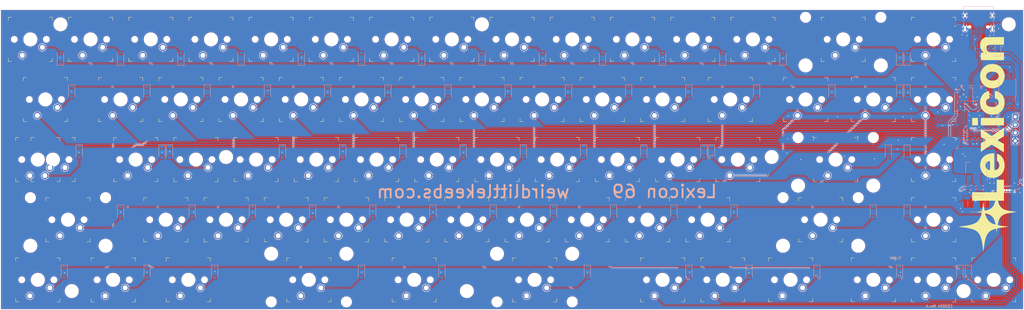
<source format=kicad_pcb>
(kicad_pcb (version 20221018) (generator pcbnew)
  (layers (0 "F.Cu" signal) (31 "B.Cu" signal) (34 "B.Paste" user) (35 "F.Paste" user) (36 "B.SilkS" user "B.Silkscreen") (37 "F.SilkS" user "F.Silkscreen") (38 "B.Mask" user) (39 "F.Mask" user) (44 "Edge.Cuts" user))
  (net 0 "")
  (net 1 "GND")
  (net 2 "+5V")
  (net 3 "Net-(U5-XIN)")
  (net 4 "Net-(C81-Pad1)")
  (net 5 "+3.3V")
  (net 6 "Net-(D1-A)")
  (net 7 "Net-(D2-A)")
  (net 8 "Net-(D3-A)")
  (net 9 "Net-(D4-A)")
  (net 10 "Net-(D5-A)")
  (net 11 "Net-(D6-A)")
  (net 12 "Net-(D7-A)")
  (net 13 "Net-(D10-A)")
  (net 14 "Net-(D11-A)")
  (net 15 "Net-(D12-A)")
  (net 16 "Net-(D14-A)")
  (net 17 "Net-(D15-A)")
  (net 18 "Net-(D16-A)")
  (net 19 "Net-(D17-A)")
  (net 20 "Net-(D18-A)")
  (net 21 "Net-(D19-A)")
  (net 22 "Net-(D20-A)")
  (net 23 "Net-(D21-A)")
  (net 24 "Net-(D23-A)")
  (net 25 "Net-(D24-A)")
  (net 26 "Net-(D25-A)")
  (net 27 "Net-(D26-A)")
  (net 28 "Net-(D27-A)")
  (net 29 "Net-(D28-A)")
  (net 30 "Net-(D29-A)")
  (net 31 "Net-(D30-A)")
  (net 32 "Net-(D32-A)")
  (net 33 "Net-(D33-A)")
  (net 34 "Net-(D34-A)")
  (net 35 "+1V1")
  (net 36 "ROW0")
  (net 37 "Net-(D65-A)")
  (net 38 "USB_D+")
  (net 39 "USB_D-")
  (net 40 "Net-(D35-A)")
  (net 41 "Net-(D36-A)")
  (net 42 "Net-(D37-A)")
  (net 43 "COL1")
  (net 44 "COL2")
  (net 45 "COL3")
  (net 46 "COL4")
  (net 47 "COL5")
  (net 48 "COL7")
  (net 49 "COL6")
  (net 50 "COL8")
  (net 51 "COL9")
  (net 52 "COL10")
  (net 53 "COL11")
  (net 54 "COL12")
  (net 55 "COL13")
  (net 56 "COL14")
  (net 57 "ROW1")
  (net 58 "ROW2")
  (net 59 "ROW3")
  (net 60 "ROW4")
  (net 61 "Net-(J2-CC1)")
  (net 62 "Net-(D38-A)")
  (net 64 "Net-(D39-A)")
  (net 65 "Net-(D40-A)")
  (net 66 "Net-(D41-A)")
  (net 67 "Net-(D42-A)")
  (net 68 "Net-(D43-A)")
  (net 69 "Net-(J2-CC2)")
  (net 70 "Net-(D45-A)")
  (net 71 "Net-(D46-A)")
  (net 72 "Net-(D47-A)")
  (net 73 "Net-(D48-A)")
  (net 74 "Net-(D49-A)")
  (net 75 "Net-(D50-A)")
  (net 76 "Net-(D51-A)")
  (net 77 "Net-(D52-A)")
  (net 78 "Net-(D53-A)")
  (net 79 "Net-(D54-A)")
  (net 80 "Net-(D55-A)")
  (net 81 "Net-(D56-A)")
  (net 82 "Net-(D57-A)")
  (net 83 "Net-(D66-A)")
  (net 84 "Net-(D62-A)")
  (net 85 "Net-(D63-A)")
  (net 86 "Net-(D64-A)")
  (net 87 "Net-(D132-A)")
  (net 88 "Net-(D133-A)")
  (net 89 "Net-(D134-A)")
  (net 91 "D+")
  (net 92 "D-")
  (net 93 "Net-(D61-A)")
  (net 94 "Net-(D58-A)")
  (net 95 "Net-(D22-A)")
  (net 96 "Net-(D31-A)")
  (net 107 "Net-(D70-A)")
  (net 108 "Net-(D72-A)")
  (net 109 "Net-(D73-A)")
  (net 110 "Net-(D74-A)")
  (net 111 "Net-(D77-A)")
  (net 112 "Net-(D60-A)")
  (net 113 "VBUS")
  (net 114 "/USB_BOOT")
  (net 115 "/SWCLK")
  (net 116 "/SWD")
  (net 117 "Net-(U5-USB_DP)")
  (net 118 "Net-(U5-USB_DM)")
  (net 119 "Net-(U5-XOUT)")
  (net 120 "Net-(U5-RUN)")
  (net 121 "/QSPI_SS")
  (net 122 "COL0")
  (net 123 "/QSPI_SD3")
  (net 124 "/QSPI_SCLK")
  (net 125 "/QSPI_SD0")
  (net 126 "/QSPI_SD2")
  (net 127 "/QSPI_SD1")
  (footprint "Footprints:SW_Cherry_MX_1.00u_PCB" (layer "F.Cu") (at 361.95 157.1625 180)
    (fp_text reference "SW68")
    (fp_text value "key")
  )
  (footprint "Footprints:Stabilizer_MX_2u" (layer "F.Cu") (at 216.69375 157.1625 180)
    (fp_text reference "REF**" hide)
    (fp_text value "Stabilizer_MX_2u" hide)
  )
  (footprint "Footprints:SW_Cherry_MX_1.00u_PCB" (layer "F.Cu") (at 85.725 100.0125 180)
    (fp_text reference "SW8")
    (fp_text value "key")
  )
  (footprint "Footprints:SW_Cherry_MX_1.00u_PCB" (layer "F.Cu") (at 171.45 80.9625 180)
    (fp_text reference "SW29")
    (fp_text value "key")
  )
  (footprint "Footprints:SW_Cherry_MX_1.00u_PCB" (layer "F.Cu") (at 228.6 80.9625 180)
    (fp_text reference "SW41")
    (fp_text value "key")
  )
  (footprint "Footprints:SW_Cherry_MX_1.00u_PCB" (layer "F.Cu") (at 204.7875 119.0625 180)
    (fp_text reference "SW39")
    (fp_text value "key")
  )
  (footprint "Footprints:SW_Cherry_MX_1.00u_PCB" (layer "F.Cu") (at 109.5375 119.0625 180)
    (fp_text reference "SW18")
    (fp_text value "key")
  )
  (footprint "Footprints:SW_Cherry_MX_1.00u_PCB" (layer "F.Cu") (at 59.53125 157.1625 180)
    (fp_text reference "SW6")
    (fp_text value "key")
  )
  (footprint "Footprints:SW_Cherry_MX_1.00u_PCB" (layer "F.Cu") (at 145.25625 157.1625 180)
    (fp_text reference "SW79")
    (fp_text value "key")
  )
  (footprint "Footprints:SW_Cherry_MX_1.00u_PCB" (layer "F.Cu") (at 190.5 80.9625 180)
    (fp_text reference "SW33")
    (fp_text value "key")
  )
  (footprint "Footprints:SW_Cherry_MX_1.00u_PCB" (layer "F.Cu") (at 133.35 80.9625 180)
    (fp_text reference "SW20")
    (fp_text value "key")
  )
  (footprint "Footprints:SW_Cherry_MX_1.00u_PCB" (layer "F.Cu") (at 257.175 100.0125 180)
    (fp_text reference "SW47")
    (fp_text value "key")
  )
  (footprint "Footprints:SW_Cherry_MX_1.00u_PCB" (layer "F.Cu") (at 280.9875 119.0625 180)
    (fp_text reference "SW75")
    (fp_text value "key")
  )
  (footprint "Footprints:SW_Cherry_MX_1.00u_PCB" (layer "F.Cu") (at 233.3625 138.1125 180)
    (fp_text reference "SW49")
    (fp_text value "key")
  )
  (footprint "Footprints:SW_Cherry_MX_1.00u_PCB" (layer "F.Cu") (at 302.41875 100.0125 180)
    (fp_text reference "SW57")
    (fp_text value "key")
  )
  (footprint "Footprints:SW_Cherry_MX_1.00u_PCB" (layer "F.Cu") (at 176.2125 138.1125 180)
    (fp_text reference "SW36")
    (fp_text value "key")
  )
  (footprint "Footprints:SW_Cherry_MX_1.00u_PCB" (layer "F.Cu") (at 107.15625 157.1625 180)
    (fp_text reference "SW78")
    (fp_text value "key")
  )
  (footprint "Footprints:SW_Cherry_MX_1.00u_PCB" (layer "F.Cu") (at 323.85 157.1625 180)
    (fp_text reference "SW59")
    (fp_text value "key")
  )
  (footprint "Footprints:SW_Cherry_MX_1.00u_PCB" (layer "F.Cu") (at 238.125 100.0125 180)
    (fp_text reference "SW42")
    (fp_text value "key")
  )
  (footprint "Footprints:SW_Cherry_MX_1.00u_PCB" (layer "F.Cu") (at 138.1125 138.1125 180)
    (fp_text reference "SW28")
    (fp_text value "key")
  )
  (footprint "Footprints:SW_Cherry_MX_1.00u_PCB" (layer "F.Cu") (at 219.075 100.0125 180)
    (fp_text reference "SW38")
    (fp_text value "key")
  )
  (footprint "Footprints:Stabilizer_MX_2u" (layer "F.Cu") (at 307.18125 138.1125)
    (fp_text reference "REF**" hide)
    (fp_text value "Stabilizer_MX_2u" hide)
  )
  (footprint "Footprints:SW_Cherry_MX_1.00u_PCB" (layer "F.Cu") (at 128.5875 119.0625 180)
    (fp_text reference "SW22")
    (fp_text value "key")
  )
  (footprint "Footprints:SW_Cherry_MX_1.00u_PCB" (layer "F.Cu") (at 285.75 80.9625 180)
    (fp_text reference "SW56")
    (fp_text value "key")
  )
  (footprint "Footprints:SW_Cherry_MX_1.00u_PCB" (layer "F.Cu") (at 161.925 100.0125 180)
    (fp_text reference "SW26")
    (fp_text value "key")
  )
  (footprint "Footprints:SW_Cherry_MX_1.00u_PCB" (layer "F.Cu") (at 166.6875 119.0625 180)
    (fp_text reference "SW31")
    (fp_text value "key")
  )
  (footprint "Footprints:SW_Cherry_MX_1.00u_PCB" (layer "F.Cu") (at 59.53125 119.0625 180)
    (fp_text reference "SW4")
    (fp_text value "key")
  )
  (footprint "Footprints:SW_Cherry_MX_1.00u_PCB" (layer "F.Cu") (at 252.4125 138.1125 180)
    (fp_text reference "SW54")
    (fp_text value "key")
  )
  (footprint "Footprints:SW_Cherry_MX_1.00u_PCB" (layer "F.Cu") (at 180.975 100.0125 180)
    (fp_text reference "SW30")
    (fp_text value "key")
  )
  (footprint "Footprints:SW_Cherry_MX_1.00u_PCB" (layer "F.Cu") (at 342.9 80.9625 180)
    (fp_text reference "SW1")
    (fp_text value "key")
  )
  (footprint "Footprints:SW_Cherry_MX_1.00u_PCB" (layer "F.Cu") (at 242.8875 119.0625 180)
    (fp_text reference "SW48")
    (fp_text value "key")
  )
  (footprint "Footprints:SW_Cherry_MX_1.00u_PCB" (layer "F.Cu") (at 195.2625 138.1125 180)
    (fp_text reference "SW40")
    (fp_text value "key")
  )
  (footprint "Footprints:Stabilizer_MX_2u" (layer "F.Cu") (at 311.94375 119.0625)
    (fp_text reference "REF**" hide)
    (fp_text value "Stabilizer_MX_2u" hide)
  )
  (footprint "Footprints:SW_Cherry_MX_1.00u_PCB" (layer "F.Cu") (at 142.875 100.0125 180)
    (fp_text reference "SW21")
    (fp_text value "key")
  )
  (footprint "Footprints:Stabilizer_MX_2u" (layer "F.Cu") (at 314.325 80.9625)
    (fp_text reference "REF**" hide)
    (fp_text value "Stabilizer_MX_2u" hide)
  )
  (footprint "Footprints:SW_Cherry_MX_1.00u_PCB" (layer "F.Cu") (at 123.825 100.0125 180)
    (fp_text reference "SW17")
    (fp_text value "key")
  )
  (footprint "Footprints:SW_Cherry_MX_1.00u_PCB" (layer "F.Cu") (at 119.0625 138.1125 180)
    (fp_text reference "SW23")
    (fp_text value "key")
  )
  (footprint "Footprints:SW_Cherry_MX_1.00u_PCB" (layer "F.Cu") (at 114.3 80.9625 180)
    (fp_text reference "SW16")
    (fp_text value "key")
  )
  (footprint "Footprints:SW_Cherry_MX_1.00u_PCB" (layer "F.Cu") (at 266.7 80.9625 180)
    (fp_text reference "SW51")
    (fp_text value "key")
  )
  (footprint "Footprints:SW_Cherry_MX_1.00u_PCB" (layer "F.Cu") (at 278.60625 100.0125 180)
    (fp_text reference "SW52")
    (fp_text value "key")
  )
  (footprint "Footprints:SW_Cherry_MX_1.00u_PCB" (layer "F.Cu") (at 152.4 80.9625 180)
    (fp_text reference "SW25")
    (fp_text value "key")
  )
  (footprint "Footprints:SW_Cherry_MX_1.00u_PCB" (layer "F.Cu") (at 104.775 100.0125 180)
    (fp_text reference "SW12")
    (fp_text value "key")
  )
  (footprint "Footprints:LEXICON LOGO 60MM" (layer "F.Cu") (at 360 114.25 90)
    (fp_text reference "G***")
    (fp_text value "LOGO" hide)
  )
  (footprint "Footprints:SW_Cherry_MX_1.00u_PCB" (layer "F.Cu") (at 76.2 80.9625 180)
    (fp_text reference "SW7")
    (fp_text value "key")
  )
  (footprint "Footprints:SW_Cherry_MX_1.00u_PCB" (layer "F.Cu") (at 209.55 80.9625 180)
    (fp_text reference "SW37")
    (fp_text value "key")
  )
  (footprint "Footprints:SW_Cherry_MX_1.00u_PCB" (layer "F.Cu") (at 223.8375 119.0625 180)
    (fp_text reference "SW43")
    (fp_text value "key")
  )
  (footprint "Footprints:SW_Cherry_MX_1.00u_PCB" (layer "F.Cu") (at 271.4625 138.1125 180)
    (fp_text reference "SW58")
    (fp_text value "key")
  )
  (footprint "Footprints:SW_Cherry_MX_1.00u_PCB" (layer "F.Cu") (at 276.225 157.1625 180)
    (fp_text reference "SW55")
    (fp_text value "key")
  )
  (footprint "Footprints:SW_Cherry_MX_1.00u_PCB" (layer "F.Cu") (at 257.175 157.1625 180)
    (fp_text reference "SW50")
    (fp_text value "key")
  )
  (footprint "Footprints:Stabilizer_MX_2u" (layer "F.Cu") (at 69.05625 138.1125)
    (fp_text reference "REF**" hide)
    (fp_text value "Stabilizer_MX_2u" hide)
  )
  (footprint "Footprints:SW_Cherry_MX_1.00u_PCB" (layer "F.Cu") (at 342.9 157.1625 180)
    (fp_text reference "SW64")
    (fp_text value "key")
  )
  (footprint "Footprints:SW_Cherry_MX_1.00u_PCB" (layer "F.Cu") (at 61.9125 100.0125 180)
    (fp_text reference "SW3")
    (fp_text value "key")
  )
  (footprint "Footprints:SW_Cherry_MX_1.00u_PCB" (layer "F.Cu") (at 247.65 80.9625 180)
    (fp_text reference "SW46")
    (fp_text value "key")
  )
  (footprint "Footprints:SW_Cherry_MX_1.00u_PCB" (layer "F.Cu") (at 83.34375 157.1625 180)
    (fp_text reference "SW15")
    (fp_text value "key")
  )
  (footprint "Footprints:SW_Cherry_MX_1.00u_PCB" (layer "F.Cu") (at 95.25 80.9625 180)
    (fp_text reference "SW11")
    (fp_text value "key")
  )
  (footprint "Footprints:SW_Cherry_MX_1.00u_PCB" (layer "F.Cu") (at 297.65625 157.1625 180)
    (fp_text reference "SW82")
    (fp_text value "key")
  )
  (footprint "Footprints:SW_Cherry_MX_1.00u_PCB" (layer "F.Cu") (at 147.6375 119.0625 180)
    (fp_text reference "SW27")
    (fp_text value "key")
  )
  (footprint "Footprints:SW_Cherry_MX_1.00u_PCB" (layer "F.Cu") (at 185.7375 119.0625 180)
    (fp_text reference "SW35")
    (fp_text value "key")
  )
  (footprint "Footprints:SW_Cherry_MX_1.00u_PCB" (layer "F.Cu") (at 100.0125 138.1125 180)
    (fp_text reference "SW19")
    (fp_text value "key")
  )
  (footprint "Footprints:SW_Cherry_MX_1.00u_PCB" (layer "F.Cu") (at 342.9 119.0625 180)
    (fp_text reference "SW67")
    (fp_text value "key")
  )
  (footprint "Footprints:SW_Cherry_MX_1.00u_PCB" (layer "F.Cu") (at 214.3125 138.1125 180)
    (fp_text reference "SW44")
    (fp_text value "key")
  )
  (footprint "Footprints:SW_Cherry_MX_1.00u_PCB" (layer "F.Cu") (at 261.9375 119.0625 180)
    (fp_text reference "SW53")
    (fp_text value "key")
  )
  (footprint "Footprints:SW_Cherry_MX_1.00u_PCB" (layer "F.Cu") (at 216.69375 157.1625 180)
    (fp_text reference "SW77")
    (fp_text value "key")
  )
  (footprint "Footprints:SW_Cherry_MX_1.00u_PCB" (layer "F.Cu") (at 307.18125 138.1125 180)
    (fp_text reference "SW63")
    (fp_text value "key")
  )
  (footprint "Footprints:Stabilizer_MX_2u" (layer "F.Cu") (at 145.25625 157.1625 180)
    (fp_text reference "REF**" hide)
    (fp_text value "Stabilizer_MX_2u" hide)
  )
  (footprint "Footprints:SW_Cherry_MX_1.00u_PCB" (layer "F.Cu") (at 57.15 80.9625 180)
    (fp_text reference "SW2")
    (fp_text value "key")
  )
  (footprint "Footprints:SW_Cherry_MX_1.00u_PCB" (layer "F.Cu") (at 157.1625 138.1125 180)
    (fp_text reference "SW32")
    (fp_text value "key")
  )
  (footprint "Footprints:SW_Cherry_MX_1.00u_PCB" (layer "F.Cu") (at 69.05625 138.1125 180)
    (fp_text reference "SW5")
    (fp_text value "key")
  )
  (footprint "Footprints:SW_Cherry_MX_1.00u_PCB" (layer "F.Cu") (at 311.94375 119.0625 180)
    (fp_text reference "SW62")
    (fp_text value "key")
  )
  (footprint "Footprints:SW_Cherry_MX_1.00u_PCB" (layer "F.Cu") (at 90.4875 119.0625 180)
    (fp_text reference "SW13")
    (fp_text value "key")
  )
  (footprint "Footprints:SW_Cherry_MX_1.00u_PCB" (layer "F.Cu") (at 314.325 80.9625 180)
    (fp_text reference "SW70")
    (fp_text value "key")
  )
  (footprint "Footprints:SW_Cherry_MX_1.00u_PCB" (layer "F.Cu") (at 342.9 138.1125 180)
    (fp_text reference "SW69")
    (fp_text value "key")
  )
  (footprint "Footprints:SW_Cherry_MX_1.00u_PCB" (layer "F.Cu") (at 323.85 100.0125 180)
    (fp_text reference "SW71")
    (fp_text value "key")
  )
  (footprint "Footprints:SW_Cherry_MX_1.00u_PCB" (layer "F.Cu") (at 178.59375 157.1625 180)
    (fp_text reference "SW24")
    (fp_text value "key")
  )
  (footprint "Footprints:SW_Cherry_MX_1.00u_PCB" (layer "F.Cu") (at 342.9 100.0125 180)
    (fp_text reference "SW66")
    (fp_text value "key")
  )
  (footprint "Footprints:SW_Cherry_MX_1.00u_PCB" (layer "F.Cu") (at 200.025 100.0125 180)
    (fp_text reference "SW34")
    (fp_text value "key")
  )
  (footprint "Footprints:SW_Cherry_MX_1.00u_PCB" (layer "F.Cu") (at 64.29375 119.0625 180)
    (fp_text reference "SW9")
    (fp_text value "key")
  )
  (footprint "Resistor_SMD:R_0402_1005Metric" (layer "B.Cu") (at 355.25 100.5 90)
    (fp_text reference "R10")
    (fp_text value "22R")
  )
  (footprint "Footprints:SOD-123" (layer "B.Cu") (at 279.796875 135.73125 -90)
    (fp_text reference "D57")
    (fp_text value "D")
  )
  (footprint "Resistor_SMD:R_0402_1005Metric" (layer "B.Cu") (at 354.25 100.5 90)
    (fp_text reference "R11")
    (fp_text value "22R")
  )
  (footprint "Footprints:SOD-123" (layer "B.Cu") (at 104.775 86.915625 90)
    (fp_text reference "D10")
    (fp_text value "D")
  )
  (footprint "Capacitor_SMD:C_0402_1005Metric" (layer "B.Cu") (at 362.5 103.75)
    (fp_text reference "C94")
    (fp_text value "0.1uF")
  )
  (footprint "Footprints:SOD-123" (layer "B.Cu") (at 251.221875 116.68125 -90)
    (fp_text reference "D47")
    (fp_text value "D")
  )
  (footprint "Footprints:SOD-123" (layer "B.Cu") (at 219.15 86.915625 90)
    (fp_text reference "D36")
    (fp_text value "D")
  )
  (footprint "Footprints:SOD-123" (layer "B.Cu") (at 284.559375 154.78125 -90)
    (fp_text reference "D54")
    (fp_text value "D")
  )
  (footprint "Footprints:C_0805_2012Metric" (layer "B.Cu") (at 352.25 97.5)
    (fp_text reference "C97")
    (fp_text value "10uF")
  )
  (footprint "Footprints:SOD-123" (layer "B.Cu") (at 132.159375 97.63125 -90)
    (fp_text reference "D16")
    (fp_text value "D")
  )
  (footprint "Capacitor_SMD:C_0402_1005Metric" (layer "B.Cu") (at 355 112.75 -90)
    (fp_text reference "C92")
    (fp_text value "0.1uF")
  )
  (footprint "Footprints:SOD-123" (layer "B.Cu") (at 98.821875 116.68125 -90)
    (fp_text reference "D12")
    (fp_text value "D")
  )
  (footprint "Footprints:SOD-123" (layer "B.Cu") (at 123.825 86.915625 90)
    (fp_text reference "D15")
    (fp_text value "D")
  )
  (footprint "Crystal:Crystal_SMD_SeikoEpson_FA238-4Pin_3.2x2.5mm" (layer "B.Cu") (at 361 113.75)
    (fp_text reference "Y2")
    (fp_text value "12MHz")
  )
  (footprint "Button_Switch_SMD:SW_SPST_SKQG_WithStem" (layer "B.Cu") (at 356.5 133 180)
    (fp_text reference "SW65")
    (fp_text value "RESET")
  )
  (footprint "Footprints:C_0805_2012Metric" (layer "B.Cu") (at 358.532 128)
    (fp_text reference "C84")
    (fp_text value "10uF")
  )
  (footprint "Footprints:SOD-123" (layer "B.Cu") (at 175.021875 116.68125 -90)
    (fp_text reference "D30")
    (fp_text value "D")
  )
  (footprint "Footprints:SOD-123" (layer "B.Cu") (at 146.446875 135.73125 -90)
    (fp_text reference "D27")
    (fp_text value "D")
  )
  (footprint "Footprints:SOD-123" (layer "B.Cu") (at 101.203125 116.68125 -90)
    (fp_text reference "D17")
    (fp_text value "D")
  )
  (footprint "Connector_PinHeader_2.54mm:PinHeader_1x04_P2.54mm_Vertical" (layer "B.Cu") (at 368.75 105.5 180)
    (fp_text reference "J5")
    (fp_text value "SWD")
  )
  (footprint "Footprints:SOD-123" (layer "B.Cu") (at 310.75 97.63125 -90)
    (fp_text reference "D56")
    (fp_text value "D")
  )
  (footprint "Footprints:SOD-123" (layer "B.Cu") (at 127.396875 135.73125 -90)
    (fp_text reference "D22")
    (fp_text value "D")
  )
  (footprint "Footprints:SOD-123" (layer "B.Cu") (at 155.971875 116.68125 -90)
    (fp_text reference "D26")
    (fp_text value "D")
  )
  (footprint "Footprints:SOD-123" (layer "B.Cu") (at 184.546875 135.73125 -90)
    (fp_text reference "D35")
    (fp_text value "D")
  )
  (footprint "Footprints:SOD-123" (layer "B.Cu") (at 85.709375 86.915625 90)
    (fp_text reference "D6")
    (fp_text value "D")
  )
  (footprint "Footprints:SOD-123" (layer "B.Cu") (at 257.175 86.915625 90)
    (fp_text reference "D45")
    (fp_text value "D")
  )
  (footprint "Footprints:SOD-123" (layer "B.Cu") (at 161.925 154.78125 -90)
    (fp_text reference "D74")
    (fp_text value "D")
  )
  (footprint "Footprints:SOD-123" (layer "B.Cu") (at 222.646875 135.73125 -90)
    (fp_text reference "D43")
    (fp_text value "D")
  )
  (footprint "Footprints:SOD-123" (layer "B.Cu") (at 334.565625 86.915625 90)
    (fp_text reference "D60")
    (fp_text value "D")
  )
  (footprint "Capacitor_SMD:C_0402_1005Metric" (layer "B.Cu") (at 353.25 100.5 90)
    (fp_text reference "C85")
    (fp_text value "1uF")
  )
  (footprint "Capacitor_SMD:C_0402_1005Metric" (layer "B.Cu") (at 350.25 108 180)
    (fp_text reference "C90")
    (fp_text value "0.1uF")
  )
  (footprint "Footprints:SOD-123" (layer "B.Cu") (at 295.275 86.915625 90)
    (fp_text reference "D55")
    (fp_text value "D")
  )
  (footprint "Footprints:SOD-123" (layer "B.Cu") (at 334.565625 116.68125 -90)
    (fp_text reference "D133")
    (fp_text value "D")
  )
  (footprint "Footprints:SOD-123" (layer "B.Cu") (at 66.675 86.915625 90)
    (fp_text reference "D1")
    (fp_text value "D")
  )
  (footprint "Resistor_SMD:R_0402_1005Metric" (layer "B.Cu") (at 356 112.75 -90)
    (fp_text reference "R12")
    (fp_text value "1k")
  )
  (footprint "Capacitor_Tantalum_SMD:CP_EIA-3216-10_Kemet-I" (layer "B.Cu") (at 363.25 84 90)
    (fp_text reference "C82")
    (fp_text value "47uF")
  )
  (footprint "Package_TO_SOT_SMD:SOT-223-3_TabPin2" (layer "B.Cu") (at 356.5 121.75 90)
    (fp_text reference "U4")
    (fp_text value "AMS1117-3.3")
  )
  (footprint "Footprints:SOD-123" (layer "B.Cu") (at 332.184375 97.63125 -90)
    (fp_text reference "D66")
    (fp_text value "D")
  )
  (footprint "Footprints:SOD-123" (layer "B.Cu") (at 305.990625 154.78125 -90)
    (fp_text reference "D77")
    (fp_text value "D")
  )
  (footprint "Footprints:SOD-123" (layer "B.Cu") (at 72.628125 116.68125 -90)
    (fp_text reference "D3")
    (fp_text value "D")
  )
  (footprint "Footprints:SOD-123" (layer "B.Cu") (at 334.565625 135.73125 -90)
    (fp_text reference "D64")
    (fp_text value "D")
  )
  (footprint "Footprints:SOD-123" (layer "B.Cu") (at 94.059375 97.63125 -90)
    (fp_text reference "D7")
    (fp_text value "D")
  )
  (footprint "Footprints:SOD-123" (layer "B.Cu") (at 323.85 135.73125 -90)
    (fp_text reference "D62")
    (fp_text value "D")
  )
  (footprint "Footprints:SOD-123" (layer "B.Cu") (at 241.696875 135.73125 -90)
    (fp_text reference "D48")
    (fp_text value "D")
  )
  (footprint "Footprints:SOD-123" (layer "B.Cu") (at 200.025 86.915625 90)
    (fp_text reference "D32")
    (fp_text value "D")
  )
  (footprint "Resistor_SMD:R_0402_1005Metric" (layer "B.Cu") (at 350.75 76.25 90)
    (fp_text reference "R2")
    (fp_text value "5.1k")
  )
  (footprint "Footprints:SOD-123" (layer "B.Cu") (at 227.409375 97.63125 -90)
    (fp_text reference "D37")
    (fp_text value "D")
  )
  (footprint "Footprints:SOD-123" (layer "B.Cu") (at 260.746875 135.73125 -90)
    (fp_text reference "D53")
    (fp_text value "D")
  )
  (footprint "Footprints:SOD-123" (layer "B.Cu") (at 272.653125 116.68125 -90)
    (fp_text reference "D70")
    (fp_text value "D")
  )
  (footprint "Capacitor_SMD:C_0402_1005Metric" (layer "B.Cu") (at 351.5 133 -90)
    (fp_text reference "C70")
    (fp_text value "DNP")
  )
  (footprint "Footprints:SOD-123" (layer "B.Cu") (at 151.209375 97.63125 -90)
    (fp_text reference "D20")
    (fp_text value "D")
  )
  (footprint "Capacitor_SMD:C_0402_1005Metric" (layer "B.Cu") (at 367.5 90.75 180)
    (fp_text reference "C89")
    (fp_text value "100nF")
  )
  (footprint "Footprints:SOD-123" (layer "B.Cu") (at 265.509375 97.63125 -90)
    (fp_text reference "D46")
    (fp_text value "D")
  )
  (footprint "Footprints:SOD-123" (layer "B.Cu") (at 94.115625 154.78125 -90)
    (fp_text reference "D14")
    (fp_text value "D")
  )
  (footprint "Footprints:SOD-123" (layer "B.Cu") (at 276.225 86.915625 90)
    (fp_text reference "D50")
    (fp_text value "D")
  )
  (footprint "Capacitor_SMD:C_0402_1005Metric" (layer "B.Cu") (at 362.5 107.75)
    (fp_text reference "C93")
    (fp_text value "0.1uF")
  )
  (footprint "Resistor_SMD:R_0402_1005Metric" (layer "B.Cu") (at 367 102.75 90)
    (fp_text reference "R14")
    (fp_text value "100k")
  )
  (footprint "Footprints:SOD-123" (layer "B.Cu") (at 180.975 86.915625 90)
    (fp_text reference "D28")
    (fp_text value "D")
  )
  (footprint "Footprints:SOD-123" (layer "B.Cu") (at 70.246875 97.63125 -90)
    (fp_text reference "D2")
    (fp_text value "D")
  )
  (footprint "Package_DFN_QFN:QFN-56-1EP_7x7mm_P0.4mm_EP3.2x3.2mm" (layer "B.Cu") (at 356.25 106.75 180)
    (fp_text reference "U5")
    (fp_text value "RP2040")
  )
  (footprint "Resistor_SMD:R_0402_1005Metric" (layer "B.Cu") (at 352 112.75 90)
    (fp_text reference "R7")
    (fp_text value "DNP")
  )
  (footprint "Footprints:SOD-123" (layer "B.Cu") (at 233.3625 154.78125 -90)
    (fp_text reference "D72")
    (fp_text value "D")
  )
  (footprint "Footprints:SOD-123" (layer "B.Cu") (at 265.509375 154.78125 -90)
    (fp_text reference "D49")
    (fp_text value "D")
  )
  (footprint "Capacitor_SMD:C_0402_1005Metric" (layer "B.Cu") (at 358.25 112.75 -90)
    (fp_text reference "C80")
    (fp_text value "22pF")
  )
  (footprint "Footprints:SOD-123" (layer "B.Cu") (at 246.459375 97.63125 -90)
    (fp_text reference "D41")
    (fp_text value "D")
  )
  (footprint "Footprints:SOD-123" (layer "B.Cu") (at 270.271875 116.68125 -90)
    (fp_text reference "D52")
    (fp_text value "D")
  )
  (footprint "Capacitor_SMD:C_0402_1005Metric" (layer "B.Cu") (at 356.25 100.5 90)
    (fp_text reference "C95")
    (fp_text value "0.1uF")
  )
  (footprint "Package_SO:SOIC-8_5.23x5.23mm_P1.27mm" (layer "B.Cu") (at 366.25 96.25 90)
    (fp_text reference "U6")
    (fp_text value "W25Q128JVS")
  )
  (footprint "Footprints:SOD-123" (layer "B.Cu") (at 332.184375 154.78125 -90)
    (fp_text reference "D58")
    (fp_text value "D")
  )
  (footprint "Footprints:SOD-123" (layer "B.Cu") (at 165.496875 135.73125 -90)
    (fp_text reference "D31")
    (fp_text value "D")
  )
  (footprint "Footprints:SOD-123" (layer "B.Cu") (at 187.365625 154.78125 -90)
    (fp_text reference "D23")
    (fp_text value "D")
  )
  (footprint "Footprints:SOD-123" (layer "B.Cu") (at 115.490625 154.78125 -90)
    (fp_text reference "D73")
    (fp_text value "D")
  )
  (footprint "Footprints:SOD-123" (layer "B.Cu") (at 328.6125 116.68125 -90)
    (fp_text reference "D61")
    (fp_text value "D")
  )
  (footprint "Package_TO_SOT_SMD:SOT-23-6" (layer "B.Cu") (at 357.7 84 90)
    (fp_text reference "U2")
    (fp_text value "USBLC6-2SC6")
  )
  (footprint "Footprints:SOD-123" (layer "B.Cu") (at 142.875 86.915625 90)
    (fp_text reference "D19")
    (fp_text value "D")
  )
  (footprint "Footprints:SOD-123" (layer "B.Cu") (at 85.725 135.73125 -90)
    (fp_text reference "D4")
    (fp_text value "D")
  )
  (footprint "Footprints:SOD-123" (layer "B.Cu") (at 161.925 86.915625 90)
    (fp_text reference "D24")
    (fp_text value "D")
  )
  (footprint "Footprints:SOD-123" (layer "B.Cu") (at 113.109375 97.63125 -90)
    (fp_text reference "D11")
    (fp_text value "D")
  )
  (footprint "Capacitor_SMD:C_0402_1005Metric" (layer "B.Cu") (at 357.25 100.5 90)
    (fp_text reference "C88")
    (fp_text value "0.1uF")
  )
  (footprint "Footprints:SOD-123" (layer "B.Cu") (at 213.121875 116.68125 -90)
    (fp_text reference "D38")
    (fp_text value "D")
  )
  (footprint "Connector_USB:USB_C_Receptacle_HRO_TYPE-C-31-M-12" (layer "B.Cu") (at 357.1875 74.44)
    (fp_text reference "J2")
    (fp_text value "USB C")
  )
  (footprint "Footprints:SOD-123" (layer "B.Cu") (at 208.359375 97.63125 -90)
    (fp_text reference "D33")
    (fp_text value "D")
  )
  (footprint "Capacitor_SMD:C_0402_1005Metric" (layer "B.Cu") (at 351.25 100.5 90)
    (fp_text reference "C91")
    (fp_text value "0.1uF")
  )
  (footprint "Footprints:SOD-123" (layer "B.Cu") (at 203.596875 135.73125 -90)
    (fp_text reference "D39")
    (fp_text value "D")
  )
  (footprint "Footprints:C_0805_2012Metric" (layer "B.Cu") (at 354.722 128)
    (fp_text reference "C83")
    (fp_text value "10uF")
  )
  (footprint "Footprints:SOD-123" (layer "B.Cu") (at 334.565625 97.63125 -90)
    (fp_text reference "D132")
    (fp_text value "D")
  )
  (footprint "Footprints:SOD-123" (layer "B.Cu") (at 286.940625 97.63125 -90)
    (fp_text reference "D51")
    (fp_text value "D")
  )
  (footprint "Footprints:SOD-123" (layer "B.Cu") (at 238.125 86.915625 90)
    (fp_text reference "D40")
    (fp_text value "D")
  )
  (footprint "Footprints:SOD-123" (layer "B.Cu") (at 67.865625 154.78125 -90)
    (fp_text reference "D5")
    (fp_text value "D")
  )
  (footprint "Footprints:SOD-123" (layer "B.Cu") (at 170.259375 97.63125 -90)
    (fp_text reference "D25")
    (fp_text value "D")
  )
  (footprint "Footprints:SOD-123" (layer "B.Cu") (at 194.071875 116.68125 -90)
    (fp_text reference "D34")
    (fp_text value "D")
  )
  (footprint "Fuse:Fuse_0805_2012Metric" (layer "B.Cu") (at 361 84 90)
    (fp_text reference "F1")
    (fp_text value "1A")
  )
  (footprint "Footprints:SOD-123" (layer "B.Cu") (at 232.171875 116.68125 -90)
    (fp_text reference "D42")
    (fp_text value "D")
  )
  (footprint "Resistor_SMD:R_0402_1005Metric" (layer "B.Cu") (at 363.5 76.25 90)
    (fp_text reference "R1")
    (fp_text value "5.1k")
  )
  (footprint "Footprints:SOD-123" (layer "B.Cu") (at 136.921875 116.68125 -90)
    (fp_text reference "D21")
    (fp_text value "D")
  )
  (footprint "Footprints:SOD-123" (layer "B.Cu") (at 332.184375 86.915625 90)
    (fp_text reference "D65")
    (fp_text value "D")
  )
  (footprint "Footprints:SOD-123" (layer "B.Cu") (at 108.346875 135.73125 -90)
    (fp_text reference "D18")
    (fp_text value "D")
  )
  (footprint "Capacitor_SMD:C_0402_1005Metric" (layer "B.Cu") (at 351 103 90)
    (fp_text reference "C96")
    (fp_text value "0.1uF")
  )
  (footprint "Capacitor_SMD:C_0402_1005Metric" (layer "B.Cu") (at 353.75 112.75 -90)
    (fp_text reference "C87")
    (fp_text value "0.1uF")
  )
  (footprint "Capacitor_SMD:C_0402_1005Metric" (layer "B.Cu") (at 357 112.75 -90)
    (fp_text reference "C81")
    (fp_text value "22pF")
  )
  (footprint "Resistor_SMD:R_0402_1005Metric" (layer "B.Cu") (at 368.25 102.75 90)
    (fp_text reference "R13")
    (fp_text value "1k")
  )
  (footprint "Footprints:SOD-123" (layer "B.Cu") (at 353.915625 154.78125 -90)
    (fp_text reference "D134")
    (fp_text value "D")
  )
  (footprint "Footprints:SOD-123" (layer "B.Cu") (at 351.234375 154.78125 -90)
    (fp_text reference "D63")
    (fp_text value "D")
  )
  (footprint "Footprints:SOD-123" (layer "B.Cu") (at 189.309375 97.63125 -90)
    (fp_text reference "D29")
    (fp_text value "D")
  )
  (footprint "Capacitor_SMD:C_0402_1005Metric" (layer "B.Cu") (at 352.25 100.5 90)
    (fp_text reference "C86")
    (fp_text value "1uF")
  )
  (gr_circle (center 366.7125 76.2) (end 368.7125 76.2) (stroke (width 0.05)) (fill none) (layer "Edge.Cuts"))
  (gr_circle (center 119.0625 118.24375) (end 121.0625 118.24375) (stroke (width 0.05)) (fill none) (layer "Edge.Cuts"))
  (gr_circle (center 200.025 76.2) (end 202.025 76.2) (stroke (width 0.05)) (fill none) (layer "Edge.Cuts"))
  (gr_circle (center 352.425 160.734375) (end 354.425 160.734375) (stroke (width 0.05)) (fill none) (layer "Edge.Cuts"))
  (gr_circle (center 70.246875 160.734375) (end 72.246875 160.734375) (stroke (width 0.05)) (fill none) (layer "Edge.Cuts"))
  (gr_circle (center 66.675 76.2) (end 68.675 76.2) (stroke (width 0.05)) (fill none) (layer "Edge.Cuts"))
  (gr_circle (center 195.2625 160.734375) (end 197.2625 160.734375) (stroke (width 0.05)) (fill none) (layer "Edge.Cuts"))
  (gr_circle (center 291.703125 118.24375) (end 293.703125 118.24375) (stroke (width 0.05)) (fill none) (layer "Edge.Cuts"))
  (gr_rect (start 47.625 71.4375) (end 371.475 166.6875) (stroke (width 0.05)) (fill none) (layer "Edge.Cuts"))
  (gr_text "Lexicon 69" (at 274.75 131.5) (layer "B.SilkS") (effects (font (size 4 4) (thickness 0.6)) (justify left bottom mirror)))
  (gr_text "weirdlittlekeebs.com" (at 197.25 129.25) (layer "B.SilkS") (effects (font (size 4 4) (thickness 0.6)) (justify mirror)))
  (gr_text "CS2024 Rev.A" (at 349 166) (layer "B.SilkS") (effects (font (size 0.8 0.8)) (justify left bottom mirror)))
  (gr_text "FLASH" (at 330.8 150.75) (layer "B.SilkS") (effects (font (size 0.8 0.8)) (justify bottom mirror)))
  (via (at 319 111.75) (size 0.6) (drill 0.3) (layers "F.Cu" "B.Cu") (net 1))
  (via (at 369.5 101.5) (size 0.6) (drill 0.3) (layers "F.Cu" "B.Cu") (net 1))
  (via (at 356.5 114) (size 0.6) (drill 0.3) (layers "F.Cu" "B.Cu") (net 1))
  (via (at 194.25 116.75) (size 0.6) (drill 0.3) (layers "F.Cu" "B.Cu") (net 1))
  (via (at 350.25 112.5) (size 0.6) (drill 0.3) (layers "F.Cu" "B.Cu") (net 1))
  (via (at 257.25 86.75) (size 0.6) (drill 0.3) (layers "F.Cu" "B.Cu") (net 1))
  (via (at 345.75 108.25) (size 0.6) (drill 0.3) (layers "F.Cu" "B.Cu") (net 1))
  (via (at 360.75 79.75) (size 0.6) (drill 0.3) (layers "F.Cu" "B.Cu") (net 1))
  (via (at 151.25 97.75) (size 0.6) (drill 0.3) (layers "F.Cu" "B.Cu") (net 1))
  (via (at 351.5 134.5) (size 0.6) (drill 0.3) (layers "F.Cu" "B.Cu") (net 1))
  (via (at 352.5 98.5) (size 0.6) (drill 0.3) (layers "F.Cu" "B.Cu") (net 1))
  (via (at 165.5 135.5) (size 0.6) (drill 0.3) (layers "F.Cu" "B.Cu") (net 1))
  (via (at 358 135) (size 0.6) (drill 0.3) (layers "F.Cu" "B.Cu") (net 1))
  (via (at 331.75 113) (size 0.6) (drill 0.3) (layers "F.Cu" "B.Cu") (net 1))
  (via (at 360.25 103.5) (size 0.6) (drill 0.3) (layers "F.Cu" "B.Cu") (net 1))
  (via (at 361.100002 113.5) (size 0.6) (drill 0.3) (layers "F.Cu" "B.Cu") (net 1))
  (via (at 361.25 105.25) (size 0.6) (drill 0.3) (layers "F.Cu" "B.Cu") (net 1))
  (via (at 312.5 105.5) (size 0.6) (drill 0.3) (layers "F.Cu" "B.Cu") (net 1))
  (via (at 352.5 97) (size 0.6) (drill 0.3) (layers "F.Cu" "B.Cu") (net 1))
  (via (at 108.75 135.75) (size 0.6) (drill 0.3) (layers "F.Cu" "B.Cu") (net 1))
  (via (at 187 154.75) (size 0.6) (drill 0.3) (layers "F.Cu" "B.Cu") (net 1))
  (via (at 364.75 82) (size 0.6) (drill 0.3) (layers "F.Cu" "B.Cu") (net 1))
  (via (at 146.5 136) (size 0.6) (drill 0.3) (layers "F.Cu" "B.Cu") (net 1))
  (via (at 354.25 129.5) (size 0.6) (drill 0.3) (layers "F.Cu" "B.Cu") (net 1))
  (via (at 284.5 155) (size 0.6) (drill 0.3) (layers "F.Cu" "B.Cu") (net 1))
  (via (at 127.5 135.75) (size 0.6) (drill 0.3) (layers "F.Cu" "B.Cu") (net 1))
  (via (at 332.25 97.75) (size 0.6) (drill 0.3) (layers "F.Cu" "B.Cu") (net 1))
  (via (at 310.75 97.75) (size 0.6) (drill 0.3) (layers "F.Cu" "B.Cu") (net 1))
  (via (at 359.5 129.5) (size 0.6) (drill 0.3) (layers "F.Cu" "B.Cu") (net 1))
  (via (at 184.5 135.75) (size 0.6) (drill 0.3) (layers "F.Cu" "B.Cu") (net 1))
  (via (at 295.25 87) (size 0.6) (drill 0.3) (layers "F.Cu" "B.Cu") (net 1))
  (via (at 331.5 115.75) (size 0.6) (drill 0.3) (layers "F.Cu" "B.Cu") (net 1))
  (via (at 349.75 76.75) (size 0.6) (drill 0.3) (layers "F.Cu" "B.Cu") (net 1))
  (via (at 208.25 97.5) (size 0.6) (drill 0.3) (layers "F.Cu" "B.Cu") (net 1))
  (via (at 367 89.75) (size 0.6) (drill 0.3) (layers "F.Cu" "B.Cu") (net 1))
  (via (at 104.75 87) (size 0.6) (drill 0.3) (layers "F.Cu" "B.Cu") (net 1))
  (via (at 332.5 154.75) (size 0.6) (drill 0.3) (layers "F.Cu" "B.Cu") (net 1))
  (via (at 98.75 116.75) (size 0.6) (drill 0.3) (layers "F.Cu" "B.Cu") (net 1))
  (via (at 296.75 112.5) (size 0.6) (drill 0.3) (layers "F.Cu" "B.Cu") (net 1))
  (via (at 352 135.5) (size 0.6) (drill 0.3) (layers "F.Cu" "B.Cu") (net 1))
  (via (at 357.75 86.25) (size 0.6) (drill 0.3) (layers "F.Cu" "B.Cu") (net 1))
  (via (at 362 79.5) (size 0.6) (drill 0.3) (layers "F.Cu" "B.Cu") (net 1))
  (via (at 365.5 86.75) (size 0.6) (drill 0.3) (layers "F.Cu" "B.Cu") (net 1))
  (via (at 304.75 111.75) (size 0.6) (drill 0.3) (layers "F.Cu" "B.Cu") (net 1))
  (via (at 363.5 108.5) (size 0.6) (drill 0.3) (layers "F.Cu" "B.Cu") (net 1))
  (via (at 219.25 87) (size 0.6) (drill 0.3) (layers "F.Cu" "B.Cu") (net 1))
  (via (at 265.25 97.5) (size 0.6) (drill 0.3) (layers "F.Cu" "B.Cu") (net 1))
  (via (at 370.25 129.5) (size 0.6) (drill 0.3) (layers "F.Cu" "B.Cu") (net 1))
  (via (at 344.25 104) (size 0.6) (drill 0.3) (layers "F.Cu" "B.Cu") (net 1))
  (via (at 368.5 126.5) (size 0.6) (drill 0.3) (layers "F.Cu" "B.Cu") (net 1))
  (via (at 362 125) (size 0.6) (drill 0.3) (layers "F.Cu" "B.Cu") (net 1))
  (via (at 265.75 154.75) (size 0.6) (drill 0.3) (layers "F.Cu" "B.Cu") (net 1))
  (via (at 301 119) (size 0.6) (drill 0.3) (layers "F.Cu" "B.Cu") (net 1))
  (via (at 352 79.5) (size 0.6) (drill 0.3) (layers "F.Cu" "B.Cu") (net 1))
  (via (at 94 154.75) (size 0.6) (drill 0.3) (layers "F.Cu" "B.Cu") (net 1))
  (via (at 66.5 86.75) (size 0.6) (drill 0.3) (layers "F.Cu" "B.Cu") (net 1))
  (via (at 324.25 118.75) (size 0.6) (drill 0.3) (layers "F.Cu" "B.Cu") (net 1))
  (via (at 227.25 97.5) (size 0.6) (drill 0.3) (layers "F.Cu" "B.Cu") (net 1))
  (via (at 332.25 86.75) (size 0.6) (drill 0.3) (layers "F.Cu" "B.Cu") (net 1))
  (via (at 355.5 129.5) (size 0.6) (drill 0.3) (layers "F.Cu" "B.Cu") (net 1))
  (via (at 333.25 105.5) (size 0.6) (drill 0.3) (layers "F.Cu" "B.Cu") (net 1))
  (via (at 351.25 99.25) (size 0.6) (drill 0.3) (layers "F.Cu" "B.Cu") (net 1))
  (via (at 363.75 81.25) (size 0.6) (drill 0.3) (layers "F.Cu" "B.Cu") (net 1))
  (via (at 132.25 97.25) (size 0.6) (drill 0.3) (layers "F.Cu" "B.Cu") (net 1))
  (via (at 156 116.5) (size 0.6) (drill 0.3) (layers "F.Cu" "B.Cu") (net 1))
  (via (at 72.5 116.75) (size 0.6) (drill 0.3) (layers "F.Cu" "B.Cu") (net 1))
  (via (at 85.75 135.75) (size 0.6) (drill 0.3) (layers "F.Cu" "B.Cu") (net 1))
  (via (at 115.5 154.5) (size 0.6) (drill 0.3) (layers "F.Cu" "B.Cu") (net 1))
  (via (at 363.5 77.5) (size 0.6) (drill 0.3) (layers "F.Cu" "B.Cu") (net 1))
  (via (at 346.25 114.25) (size 0.6) (drill 0.3) (layers "F.Cu" "B.Cu") (net 1))
  (via (at 233.5 154.75) (size 0.6) (drill 0.3) (layers "F.Cu" "B.Cu") (net 1))
  (via (at 279.75 135.75) (size 0.6) (drill 0.3) (layers "F.Cu" "B.Cu") (net 1))
  (via (at 143 86.75) (size 0.6) (drill 0.3) (layers "F.Cu" "B.Cu") (net 1))
  (via (at 363.75 99.5) (size 0.6) (drill 0.3) (layers "F.Cu" "B.Cu") (net 1))
  (via (at 357.5 105.1) (size 0.6) (drill 0.3) (layers "F.Cu" "B.Cu") (net 1))
  (via (at 358.6 106.5) (size 0.6) (drill 0.3) (layers "F.Cu" "B.Cu") (net 1))
  (via (at 355.40533 114.09467) (size 0.6) (drill 0.3) (layers "F.Cu" "B.Cu") (net 1))
  (via (at 359 114.75) (size 0.6) (drill 0.3) (layers "F.Cu" "B.Cu") (net 1))
  (via (at 170.25 97.75) (size 0.6) (drill 0.3) (layers "F.Cu" "B.Cu") (net 1))
  (via (at 354.25 106.75) (size 0.6) (drill 0.3) (layers "F.Cu" "B.Cu") (net 1))
  (via (at 353.75 114.25) (size 0.6) (drill 0.3) (layers "F.Cu" "B.Cu") (net 1))
  (via (at 349 108) (size 0.6) (drill 0.3) (layers "F.Cu" "B.Cu") (net 1))
  (via (at 68 155) (size 0.6) (drill 0.3) (layers "F.Cu" "B.Cu") (net 1))
  (via (at 162 154.75) (size 0.6) (drill 0.3) (layers "F.Cu" "B.Cu") (net 1))
  (via (at 296.5 117) (size 0.6) (drill 0.3) (layers "F.Cu" "B.Cu") (net 1))
  (via (at 314.75 118) (size 0.6) (drill 0.3) (layers "F.Cu" "B.Cu") (net 1))
  (via (at 356 81) (size 0.6) (drill 0.3) (layers "F.Cu" "B.Cu") (net 1))
  (via (at 354.25 105) (size 0.6) (drill 0.3) (layers "F.Cu" "B.Cu") (net 1))
  (via (at 356.75 99.25) (size 0.6) (drill 0.3) (layers "F.Cu" "B.Cu") (net 1))
  (via (at 335.75 103) (size 0.6) (drill 0.3) (layers "F.Cu" "B.Cu") (net 1))
  (via (at 356.25 132.25) (size 0.6) (drill 0.3) (layers "F.Cu" "B.Cu") (net 1))
  (via (at 297 105.25) (size 0.6) (drill 0.3) (layers "F.Cu" "B.Cu") (net 1))
  (via (at 334.75 97.75) (size 0.6) (drill 0.3) (layers "F.Cu" "B.Cu") (net 1))
  (via (at 362 126.5) (size 0.6) (drill 0.3) (layers "F.Cu" "B.Cu") (net 1))
  (via (at 101.25 116.5) (size 0.6) (drill 0.3) (layers "F.Cu" "B.Cu") (net 1))
  (via (at 357.25 108.75) (size 0.6) (drill 0.3) (layers "F.Cu" "B.Cu") (net 1))
  (via (at 181 87) (size 0.6) (drill 0.3) (layers "F.Cu" "B.Cu") (net 1))
  (via (at 360.75 125) (size 0.6) (drill 0.3) (layers "F.Cu" "B.Cu") (net 1))
  (via (at 351.5 102.25) (size 0.6) (drill 0.3) (layers "F.Cu" "B.Cu") (net 1))
  (via (at 353.25 99.25) (size 0.6) (drill 0.3) (layers "F.Cu" "B.Cu") (net 1))
  (via (at 362.5 81.25) (size 0.6) (drill 0.3) (layers "F.Cu" "B.Cu") (net 1))
  (via (at 360.75 126.5) (size 0.6) (drill 0.3) (layers "F.Cu" "B.Cu") (net 1))
  (via (at 353.5 79.75) (size 0.6) (drill 0.3) (layers "F.Cu" "B.Cu") (net 1))
  (via (at 203.5 135.5) (size 0.6) (drill 0.3) (layers "F.Cu" "B.Cu") (net 1))
  (via (at 136.75 116.75) (size 0.6) (drill 0.3) (layers "F.Cu" "B.Cu") (net 1))
  (via (at 366.5 105.5) (size 0.6) (drill 0.3) (layers "F.Cu" "B.Cu") (net 1))
  (via (at 364.75 83.25) (size 0.6) (drill 0.3) (layers "F.Cu" "B.Cu") (net 1))
  (via (at 70.25 97.5) (size 0.6) (drill 0.3) (layers "F.Cu" "B.Cu") (net 1))
  (segment (start 358.25 114) (end 358.25 113.23) (width 0.5) (layer "B.Cu") (net 1))
  (segment (start 364.1 99.85) (end 363.75 99.5) (width 0.5) (layer "B.Cu") (net 1))
  (segment (start 356.5 114) (end 357 113.5) (width 0.5) (layer "B.Cu") (net 1))
  (segment (start 351 102.52) (end 351.23 102.52) (width 0.5) (layer "B.Cu") (net 1))
  (segment (start 353.2 97.8) (end 352.5 98.5) (width 0.5) (layer "B.Cu") (net 1))
  (segment (start 357.25 100.02) (end 356.75 99.52) (width 0.5) (layer "B.Cu") (net 1))
  (segment (start 357.25 108.75) (end 357.25 107.75) (width 0.5) (layer "B.Cu") (net 1))
  (segment (start 363.5 108.27) (end 362.98 107.75) (width 0.5) (layer "B.Cu") (net 1))
  (segment (start 360.76 102.99) (end 362.408266 102.99) (width 0.5) (layer "B.Cu") (net 1))
  (segment (start 356.25 106.35) (end 357.5 105.1) (width 0.5) (layer "B.Cu") (net 1))
  (segment (start 353.2 97.5) (end 353 97.5) (width 0.5) (layer "B.Cu") (net 1))
  (segment (start 359 114.75) (end 359.2 114.55) (width 0.5) (layer "B.Cu") (net 1))
  (segment (start 363.5 108.5) (end 363.5 108.27) (width 0.5) (layer "B.Cu") (net 1))
  (segment (start 362.408266 102.99) (end 362.98 103.561734) (width 0.5) (layer "B.Cu") (net 1))
  (segment (start 351.23 102.52) (end 351.5 102.25) (width 0.5) (layer "B.Cu") (net 1))
  (segment (start 356.25 106.75) (end 356.25 106.35) (width 0.5) (layer "B.Cu") (net 1))
  (segment (start 362.98 103.561734) (end 362.98 103.75) (width 0.5) (layer "B.Cu") (net 1))
  (segment (start 353 97.5) (end 352.5 97) (width 0.5) (layer "B.Cu") (net 1))
  (segment (start 351.25 99.25) (end 351.25 100.02) (width 0.5) (layer "B.Cu") (net 1))
  (segment (start 359.2 114.55) (end 359.9 114.55) (width 0.5) (layer "B.Cu") (net 1))
  (segment (start 353.75 114.25) (end 353.75 113.23) (width 0.5) (layer "B.Cu") (net 1))
  (segment (start 361.650002 112.95) (end 362.1 112.95) (width 0.5) (layer "B.Cu") (net 1))
  (segment (start 367.02 89.77) (end 367.02 90.75) (width 0.5) (layer "B.Cu") (net 1))
  (segment (start 357.25 108.75) (end 357.25 110.1875) (width 0.2) (layer "B.Cu") (net 1))
  (segment (start 356.75 99.25) (end 356.75 99.52) (width 0.5) (layer "B.Cu") (net 1))
  (segment (start 355 113.689339) (end 355 113.23) (width 0.5) (layer "B.Cu") (net 1))
  (segment (start 357.25 107.75) (end 356.25 106.75) (width 0.5) (layer "B.Cu") (net 1))
  (segment (start 353.2 97.5) (end 353.2 97.8) (width 0.5) (layer "B.Cu") (net 1))
  (segment (start 357.7 86.2) (end 357.75 86.25) (width 0.5) (layer "B.Cu") (net 1))
  (segment (start 367 89.75) (end 367.02 89.77) (width 0.5) (layer "B.Cu") (net 1))
  (segment (start 356.25 106.75) (end 356 106.75) (width 0.5) (layer "B.Cu") (net 1))
  (segment (start 355.40533 114.09467) (end 355 113.689339) (width 0.5) (layer "B.Cu") (net 1))
  (segment (start 356.75 99.52) (end 356.25 100.02) (width 0.5) (layer "B.Cu") (net 1))
  (segment (start 361.100002 113.5) (end 361.650002 112.95) (width 0.5) (layer "B.Cu") (net 1))
  (segment (start 359 114.75) (end 358.25 114) (width 0.5) (layer "B.Cu") (net 1))
  (segment (start 360.25 103.5) (end 360.76 102.99) (width 0.5) (layer "B.Cu") (net 1))
  (segment (start 357.7 85.1375) (end 357.7 86.2) (width 0.5) (layer "B.Cu") (net 1))
  (segment (start 356.25 106.75) (end 358.35 106.75) (width 0.5) (layer "B.Cu") (net 1))
  (segment (start 364.345 99.85) (end 364.1 99.85) (width 0.5) (layer "B.Cu") (net 1))
  (segment (start 356 106.75) (end 354.25 105) (width 0.5) (layer "B.Cu") (net 1))
  (segment (start 349 108) (end 349.77 108) (width 0.5) (layer "B.Cu") (net 1))
  (segment (start 354.25 106.75) (end 356.25 106.75) (width 0.5) (layer "B.Cu") (net 1))
  (segment (start 353.25 100.02) (end 353.25 99.25) (width 0.5) (layer "B.Cu") (net 1))
  (segment (start 357 113.5) (end 357 113.23) (width 0.5) (layer "B.Cu") (net 1))
  (segment (start 353.25 100.02) (end 352.25 100.02) (width 0.5) (layer "B.Cu") (net 1))
  (segment (start 358.35 106.75) (end 358.6 106.5) (width 0.5) (layer "B.Cu") (net 1))
  (segment (start 369.5 128) (end 352.25 128) (width 0.8) (layer "F.Cu") (net 2))
  (segment (start 370.75 126.75) (end 369.5 128) (width 0.8) (layer "F.Cu") (net 2))
  (segment (start 352.25 128) (end 351.5 128.75) (width 0.8) (layer "F.Cu") (net 2))
  (segment (start 370.75 126.75) (end 370.75 125.5) (width 0.8) (layer "F.Cu") (net 2))
  (via (at 370.75 126.75) (size 0.6) (drill 0.3) (layers "F.Cu" "B.Cu") (net 2))
  (via (at 351.5 128.75) (size 0.6) (drill 0.3) (layers "F.Cu" "B.Cu") (net 2))
  (via (at 352.25 128) (size 0.6) (drill 0.3) (layers "F.Cu" "B.Cu") (net 2))
  (via (at 370.75 125.5) (size 0.6) (drill 0.3) (layers "F.Cu" "B.Cu") (net 2))
  (segment (start 361 84.9375) (end 362.8375 84.9375) (width 0.8) (layer "B.Cu") (net 2))
  (segment (start 367.1 85.35) (end 363.25 85.35) (width 0.8) (layer "B.Cu") (net 2))
  (segment (start 353.772 125.328) (end 354.2 124.9) (width 0.8) (layer "B.Cu") (net 2))
  (segment (start 370.75 125.5) (end 370.75 89) (width 0.8) (layer "B.Cu") (net 2))
  (segment (start 352.25 128) (end 353.672 128) (width 0.8) (layer "B.Cu") (net 2))
  (segment (start 370.75 126.75) (end 370.75 125.5) (width 0.8) (layer "B.Cu") (net 2))
  (segment (start 362.8375 84.9375) (end 363.25 85.35) (width 0.8) (layer "B.Cu") (net 2))
  (segment (start 353.672 128) (end 353.772 128.1) (width 0.8) (layer "B.Cu") (net 2))
  (segment (start 353.772 128.1) (end 353.772 125.328) (width 0.8) (layer "B.Cu") (net 2))
  (segment (start 370.75 89) (end 367.1 85.35) (width 0.8) (layer "B.Cu") (net 2))
  (segment (start 351.5 128.75) (end 352.25 128) (width 0.8) (layer "B.Cu") (net 2))
  (segment (start 356.85 110.87) (end 358.25 112.27) (width 0.2) (layer "B.Cu") (net 3))
  (segment (start 359.22 112.27) (end 359.9 112.95) (width 0.2) (layer "B.Cu") (net 3))
  (segment (start 356.85 110.1875) (end 356.85 110.87) (width 0.2) (layer "B.Cu") (net 3))
  (segment (start 358.25 112.27) (end 359.22 112.27) (width 0.2) (layer "B.Cu") (net 3))
  (segment (start 361.15 115.5) (end 358.5 115.5) (width 0.2) (layer "B.Cu") (net 4))
  (segment (start 356.98 112.27) (end 356 113.25) (width 0.2) (layer "B.Cu") (net 4))
  (segment (start 357.27 112.27) (end 357 112.27) (width 0.2) (layer "B.Cu") (net 4))
  (segment (start 356 113.25) (end 356 113.26) (width 0.2) (layer "B.Cu") (net 4))
  (segment (start 362.1 114.55) (end 361.15 115.5) (width 0.2) (layer "B.Cu") (net 4))
  (segment (start 357.64 112.64) (end 357.27 112.27) (width 0.2) (layer "B.Cu") (net 4))
  (segment (start 357 112.27) (end 356.98 112.27) (width 0.2) (layer "B.Cu") (net 4))
  (segment (start 358.5 115.5) (end 357.64 114.64) (width 0.2) (layer "B.Cu") (net 4))
  (segment (start 357.64 114.64) (end 357.64 112.64) (width 0.2) (layer "B.Cu") (net 4))
  (segment (start 351.25 96) (end 350.25 97) (width 0.5) (layer "F.Cu") (net 5))
  (segment (start 363.25 101.25) (end 358 96) (width 0.5) (layer "F.Cu") (net 5))
  (segment (start 348 108.25) (end 348 113) (width 0.5) (layer "F.Cu") (net 5))
  (segment (start 362.1 107.15) (end 362 107.15) (width 0.5) (layer "F.Cu") (net 5))
  (segment (start 350 97.25) (end 350 105.25) (width 0.5) (layer "F.Cu") (net 5))
  (segment (start 352.25 117.25) (end 353 118) (width 0.5) (layer "F.Cu") (net 5))
  (segment (start 363.255411 105.994589) (end 362.1 107.15) (width 0.5) (layer "F.Cu") (net 5))
  (segment (start 355.75 101.05) (end 355.75 96) (width 0.5) (layer "F.Cu") (net 5))
  (segment (start 355.75 96) (end 358 96) (width 0.5) (layer "F.Cu") (net 5))
  (segment (start 350 105.25) (end 348 107.25) (width 0.5) (layer "F.Cu") (net 5))
  (segment (start 350.25 97) (end 350 97.25) (width 0.5) (layer "F.Cu") (net 5))
  (segment (start 351.75 96) (end 351.25 96) (width 0.5) (layer "F.Cu") (net 5))
  (segment (start 363.25 104.75) (end 363.25 101.25) (width 0.5) (layer "F.Cu") (net 5))
  (segment (start 356.22596 101.52596) (end 355.75 101.05) (width 0.5) (layer "F.Cu") (net 5))
  (segment (start 348 113) (end 352.25 117.25) (width 0.5) (layer "F.Cu") (net 5))
  (segment (start 355.75 96) (end 351.75 96) (width 0.5) (layer "F.Cu") (net 5))
  (segment (start 363.255411 105.5) (end 363.255411 105.994589) (width 0.5) (layer "F.Cu") (net 5))
  (segment (start 363.25 105.494589) (end 363.25 104.75) (width 0.5) (layer "F.Cu") (net 5))
  (segment (start 363.255411 105.5) (end 363.25 105.494589) (width 0.5) (layer "F.Cu") (net 5))
  (segment (start 348 107.25) (end 348 108.25) (width 0.5) (layer "F.Cu") (net 5))
  (via (at 356.22596 101.52596) (size 0.6) (drill 0.3) (layers "F.Cu" "B.Cu") (net 5))
  (via (at 351.75 96) (size 0.6) (drill 0.3) (layers "F.Cu" "B.Cu") (net 5))
  (via (at 350.25 97) (size 0.6) (drill 0.3) (layers "F.Cu" "B.Cu") (net 5))
  (via (at 363.25 104.75) (size 0.6) (drill 0.3) (layers "F.Cu" "B.Cu") (net 5))
  (via (at 362 107.15) (size 0.6) (drill 0.3) (layers "F.Cu" "B.Cu") (net 5))
  (via (at 353 118) (size 0.6) (drill 0.3) (layers "F.Cu" "B.Cu") (net 5))
  (via (at 348 108.25) (size 0.6) (drill 0.3) (layers "F.Cu" "B.Cu") (net 5))
  (via (at 363.255411 105.5) (size 0.6) (drill 0.3) (layers "F.Cu" "B.Cu") (net 5))
  (via (at 352.25 117.25) (size 0.6) (drill 0.3) (layers "F.Cu" "B.Cu") (net 5))
  (via (at 358 96) (size 0.6) (drill 0.3) (layers "F.Cu" "B.Cu") (net 5))
  (segment (start 351.67 104.15) (end 351 103.48) (width 0.2) (layer "B.Cu") (net 5))
  (segment (start 350.49 100.74) (end 350.49 98.31) (width 0.5) (layer "B.Cu") (net 5))
  (segment (start 367.5 88.5) (end 363.5 88.5) (width 0.5) (layer "B.Cu") (net 5))
  (segment (start 352.1 101.85) (end 351.25 101) (width 0.2) (layer "B.Cu") (net 5))
  (segment (start 359.6875 104.15) (end 361.62 104.15) (width 0.2) (layer "B.Cu") (net 5))
  (segment (start 350.690001 103.48) (end 351 103.48) (width 0.25) (layer "B.Cu") (net 5))
  (segment (start 352.8125 104.15) (end 351.67 104.15) (width 0.2) (layer "B.Cu") (net 5))
  (segment (start 364 105.5) (end 368.75 110.25) (width 0.5) (layer "B.Cu") (net 5))
  (segment (start 354.39 113.857156) (end 354.39 112.88) (width 0.2) (layer "B.Cu") (net 5))
  (segment (start 352.574265 101.824264) (end 352.574265 101.574265) (width 0.2) (layer "B.Cu") (net 5))
  (segment (start 356.25 100.98) (end 356.25 101.55) (width 0.2) (layer "B.Cu") (net 5))
  (segment (start 350.365 101.385) (end 350.365 103.154999) (width 0.25) (layer "B.Cu") (net 5))
  (segment (start 353.5 102.75) (end 352.75 102.75) (width 0.2) (layer "B.Cu") (net 5))
  (segment (start 352 114.5) (end 352 113.26) (width 0.5) (layer "B.Cu") (net 5))
  (segment (start 354.5 113.967156) (end 354.39 113.857156) (width 0.2) (layer "B.Cu") (net 5))
  (segment (start 356.25 101.55) (end 356.22596 101.52596) (width 0.2) (layer "B.Cu") (net 5))
  (segment (start 352.1 102.1) (end 352.1 101.85) (width 0.2) (layer "B.Cu") (net 5))
  (segment (start 350.75 101) (end 350.365 101.385) (width 0.25) (layer "B.Cu") (net 5))
  (segment (start 364 105.5) (end 366.24 103.26) (width 0.25) (layer "B.Cu") (net 5))
  (segment (start 351.23 101) (end 351.25 100.98) (width 0.5) (layer "B.Cu") (net 5))
  (segment (start 350.49 98.31) (end 351.3 97.5) (width 0.5) (layer "B.Cu") (net 5))
  (segment (start 353.65 103.3125) (end 353.65 102.9) (width 0.2) (layer "B.Cu") (net 5))
  (segment (start 348 108.25) (end 348.36 108.61) (width 0.2) (layer "B.Cu") (net 5))
  (segment (start 363.255411 104.755411) (end 363.25 104.75) (width 0.5) (layer "B.Cu") (net 5))
  (segment (start 352.574265 101.574265) (end 352.25 101.25) (width 0.2) (layer "B.Cu") (net 5))
  (segment (start 352.25 101.25) (end 352.25 100.98) (width 0.2) (layer "B.Cu") (net 5))
  (segment (start 354.5 115.25) (end 352.75 115.25) (width 0.5) (layer "B.Cu") (net 5))
  (segment (start 356.05 103.3125) (end 356.05 101.75) (width 0.2) (layer "B.Cu") (net 5))
  (segment (start 355.65 103.3125) (end 355.65 102.10192) (width 0.2) (layer "B.Cu") (net 5))
  (segment (start 350.75 101) (end 351.23 101) (width 0.5) (layer "B.Cu") (net 5))
  (segment (start 359.6875 107.75) (end 362.02 107.75) (width 0.2) (layer "B.Cu") (net 5))
  (segment (start 368 90.77) (end 367.98 90.75) (width 0.5) (layer "B.Cu") (net 5))
  (segment (start 352.25 100.98) (end 351.25 100.98) (width 0.5) (layer "B.Cu") (net 5))
  (segment (start 356.25 101.50192) (end 356.22596 101.52596) (width 0.5) (layer "B.Cu") (net 5))
  (segment (start 353.65 102.9) (end 353.5 102.75) (width 0.2) (layer "B.Cu") (net 5))
  (segment (start 363.5 88.5) (end 358 94) (width 0.5) (layer "B.Cu") (net 5))
  (segment (start 356.5 118.6) (end 354.5 116.6) (width 0.5) (layer "B.Cu") (net 5))
  (segment (start 362.505411 104.755411) (end 362.02 104.27) (width 0.5) (layer "B.Cu") (net 5))
  (segment (start 363.255411 105.5) (end 363.255411 104.755411) (width 0.5) (layer "B.Cu") (net 5))
  (segment (start 368.155 92.65) (end 368 92.495) (width 0.5) (layer "B.Cu") (net 5))
  (segment (start 362 107.73) (end 362.02 107.75) (width 0.5) (layer "B.Cu") (net 5))
  (segment (start 358 94) (end 358 96) (width 0.5) (layer "B.Cu") (net 5))
  (segment (start 348.36 108.61) (end 350.12 108.61) (width 0.2) (layer "B.Cu") (net 5))
  (segment (start 363.255411 104.755411) (end 362.505411 104.755411) (width 0.5) (layer "B.Cu") (net 5))
  (segment (start 354.5 115.25) (end 354.5 113.967156) (width 0.2) (layer "B.Cu") (net 5))
  (segment (start 362.02 104.27) (end 362.02 103.75) (width 0.5) (layer "B.Cu") (net 5))
  (segment (start 354.05 103.3125) (end 354.05 102.55) (width 0.2) (layer "B.Cu") (net 5))
  (segment (start 351.3 97.5) (end 350.75 97.5) (width 0.5) (layer "B.Cu") (net 5))
  (segment (start 363.255411 105.5) (end 364 105.5) (width 0.5) (layer "B.Cu") (net 5))
  (segment (start 351.3 96.45) (end 351.75 96) (width 0.5) (layer "B.Cu") (net 5))
  (segment (start 367.98 90.75) (end 367.98 88.98) (width 0.5) (layer "B.Cu") (net 5))
  (segment (start 355.65 102.10192) (end 356.22596 101.52596) (width 0.2) (layer "B.Cu") (net 5))
  (segment (start 352.75 102.75) (end 352.1 102.1) (width 0.2) (layer "B.Cu") (net 5))
  (segment (start 350.75 97.5) (end 350.25 97) (width 0.5) (layer "B.Cu") (net 5))
  (segment (start 356.25 100.98) (end 356.25 101.50192) (width 0.5) (layer "B.Cu") (net 5))
  (segment (start 353.000001 102.25) (end 352.574265 101.824264) (width 0.2) (layer "B.Cu") (net 5))
  (segment (start 353.75 102.25) (end 353.000001 102.25) (width 0.2) (layer "B.Cu") (net 5))
  (segment (start 368.75 110.25) (end 368.75 110.58) (width 0.5) (layer "B.Cu") (net 5))
  (segment (start 350.12 108.61) (end 350.73 108) (width 0.2) (layer "B.Cu") (net 5))
  (segment (start 362 107.15) (end 362 107.73) (width 0.5) (layer "B.Cu") (net 5))
  (segment (start 366.24 103.26) (end 367 103.26) (width 0.25) (layer "B.Cu") (net 5))
  (segment (start 356.05 110.1875) (end 356.05 111.2) (width 0.2) (layer "B.Cu") (net 5))
  (segment (start 352.8125 107.75) (end 350.98 107.75) (width 0.2) (layer "B.Cu") (net 5))
  (segment (start 356.25 101.55) (end 356.05 101.75) (width 0.2) (layer "B.Cu") (net 5))
  (segment (start 350.98 107.75) (end 350.73 108) (width 0.2) (layer "B.Cu") (net 5))
  (segment (start 354.39 112.88) (end 355 112.27) (width 0.2) (layer "B.Cu") (net 5))
  (segment (start 354.05 102.55) (end 353.75 102.25) (width 0.2) (layer "B.Cu") (net 5))
  (segment (start 352.75 115.25) (end 352 114.5) (width 0.5) (layer "B.Cu") (net 5))
  (segment (start 355 112.25) (end 355 112.27) (width 0.2) (layer "B.Cu") (net 5))
  (segment (start 350.365 103.154999) (end 350.690001 103.48) (width 0.25) (layer "B.Cu") (net 5))
  (segment (start 351.25 101) (end 351.25 100.98) (width 0.2) (layer "B.Cu") (net 5))
  (segment (start 361.62 104.15) (end 362.02 103.75) (width 0.2) (layer "B.Cu") (net 5))
  (segment (start 356.05 111.2) (end 355 112.25) (width 0.2) (layer "B.Cu") (net 5))
  (segment (start 367.98 88.98) (end 367.5 88.5) (width 0.5) (layer "B.Cu") (net 5))
  (segment (start 368 92.495) (end 368 90.77) (width 0.5) (layer "B.Cu") (net 5))
  (segment (start 354.5 116.6) (end 354.5 115.25) (width 0.5) (layer "B.Cu") (net 5))
  (segment (start 351.3 97.5) (end 351.3 96.45) (width 0.5) (layer "B.Cu") (net 5))
  (segment (start 350.75 101) (end 350.49 100.74) (width 0.5) (layer "B.Cu") (net 5))
  (segment (start 64.911875 83.5025) (end 66.675 85.265625) (width 0.2) (layer "B.Cu") (net 6))
  (segment (start 60.96 83.5025) (end 64.911875 83.5025) (width 0.2) (layer "B.Cu") (net 6))
  (segment (start 65.7225 102.5525) (end 66.975625 102.5525) (width 0.2) (layer "B.Cu") (net 7))
  (segment (start 66.975625 102.5525) (end 70.246875 99.28125) (width 0.2) (layer "B.Cu") (net 7))
  (segment (start 61.75375 124.1425) (end 63.34125 122.555) (width 0.2) (layer "B.Cu") (net 8))
  (segment (start 72.628125 121.121875) (end 72.628125 118.33125) (width 0.2) (layer "B.Cu") (net 8))
  (segment (start 69.6075 124.1425) (end 72.628125 121.121875) (width 0.2) (layer "B.Cu") (net 8))
  (segment (start 63.34125 122.555) (end 63.34125 121.6025) (width 0.2) (layer "B.Cu") (net 8))
  (segment (start 61.75375 124.1425) (end 69.6075 124.1425) (width 0.2) (layer "B.Cu") (net 8))
  (segment (start 72.86625 140.6525) (end 82.45375 140.6525) (width 0.2) (layer "B.Cu") (net 9))
  (segment (start 82.45375 140.6525) (end 85.725 137.38125) (width 0.2) (layer "B.Cu") (net 9))
  (segment (start 64.594375 159.7025) (end 67.865625 156.43125) (width 0.2) (layer "B.Cu") (net 10))
  (segment (start 63.34125 159.7025) (end 64.594375 159.7025) (width 0.2) (layer "B.Cu") (net 10))
  (segment (start 80.01 83.5025) (end 83.94625 83.5025) (width 0.2) (layer "B.Cu") (net 11))
  (segment (start 83.94625 83.5025) (end 85.709375 85.265625) (width 0.2) (layer "B.Cu") (net 11))
  (segment (start 90.788125 102.5525) (end 94.059375 99.28125) (width 0.2) (layer "B.Cu") (net 12))
  (segment (start 89.535 102.5525) (end 90.788125 102.5525) (width 0.2) (layer "B.Cu") (net 12))
  (segment (start 103.011875 83.5025) (end 104.775 85.265625) (width 0.2) (layer "B.Cu") (net 13))
  (segment (start 99.06 83.5025) (end 103.011875 83.5025) (width 0.2) (layer "B.Cu") (net 13))
  (segment (start 108.585 102.5525) (end 109.838125 102.5525) (width 0.2) (layer "B.Cu") (net 14))
  (segment (start 109.838125 102.5525) (end 113.109375 99.28125) (width 0.2) (layer "B.Cu") (net 14))
  (segment (start 94.2975 121.6025) (end 95.550625 121.6025) (width 0.2) (layer "B.Cu") (net 15))
  (segment (start 95.550625 121.6025) (end 98.821875 118.33125) (width 0.2) (layer "B.Cu") (net 15))
  (segment (start 90.844375 159.7025) (end 94.115625 156.43125) (width 0.2) (layer "B.Cu") (net 16))
  (segment (start 87.15375 159.7025) (end 90.844375 159.7025) (width 0.2) (layer "B.Cu") (net 16))
  (segment (start 118.11 83.5025) (end 122.061875 83.5025) (width 0.2) (layer "B.Cu") (net 17))
  (segment (start 122.061875 83.5025) (end 123.825 85.265625) (width 0.2) (layer "B.Cu") (net 17))
  (segment (start 127.635 102.5525) (end 128.888125 102.5525) (width 0.2) (layer "B.Cu") (net 18))
  (segment (start 128.888125 102.5525) (end 132.159375 99.28125) (width 0.2) (layer "B.Cu") (net 18))
  (segment (start 113.3475 121.6025) (end 104.474375 121.6025) (width 0.2) (layer "B.Cu") (net 19))
  (segment (start 104.474375 121.6025) (end 101.203125 118.33125) (width 0.2) (layer "B.Cu") (net 19))
  (segment (start 105.075625 140.6525) (end 108.346875 137.38125) (width 0.2) (layer "B.Cu") (net 20))
  (segment (start 103.8225 140.6525) (end 105.075625 140.6525) (width 0.2) (layer "B.Cu") (net 20))
  (segment (start 137.16 83.5025) (end 141.09625 83.5025) (width 0.2) (layer "B.Cu") (net 21))
  (segment (start 141.09625 83.5025) (end 142.859375 85.265625) (width 0.2) (layer "B.Cu") (net 21))
  (segment (start 147.938125 102.5525) (end 151.209375 99.28125) (width 0.2) (layer "B.Cu") (net 22))
  (segment (start 146.685 102.5525) (end 147.938125 102.5525) (width 0.2) (layer "B.Cu") (net 22))
  (segment (start 132.3975 121.6025) (end 133.650625 121.6025) (width 0.2) (layer "B.Cu") (net 23))
  (segment (start 133.650625 121.6025) (end 136.921875 118.33125) (width 0.2) (layer "B.Cu") (net 23))
  (segment (start 182.40375 159.7025) (end 184.094375 159.7025) (width 0.2) (layer "B.Cu") (net 24))
  (segment (start 184.094375 159.7025) (end 187.365625 156.43125) (width 0.2) (layer "B.Cu") (net 24))
  (segment (start 160.161875 83.5025) (end 161.925 85.265625) (width 0.2) (layer "B.Cu") (net 25))
  (segment (start 156.21 83.5025) (end 160.161875 83.5025) (width 0.2) (layer "B.Cu") (net 25))
  (segment (start 165.735 102.5525) (end 166.988125 102.5525) (width 0.2) (layer "B.Cu") (net 26))
  (segment (start 166.988125 102.5525) (end 170.259375 99.28125) (width 0.2) (layer "B.Cu") (net 26))
  (segment (start 152.700625 121.6025) (end 155.971875 118.33125) (width 0.2) (layer "B.Cu") (net 27))
  (segment (start 151.4475 121.6025) (end 152.700625 121.6025) (width 0.2) (layer "B.Cu") (net 27))
  (segment (start 143.175625 140.6525) (end 146.446875 137.38125) (width 0.2) (layer "B.Cu") (net 28))
  (segment (start 141.9225 140.6525) (end 143.175625 140.6525) (width 0.2) (layer "B.Cu") (net 28))
  (segment (start 175.26 83.5025) (end 179.211875 83.5025) (width 0.2) (layer "B.Cu") (net 29))
  (segment (start 179.211875 83.5025) (end 180.975 85.265625) (width 0.2) (layer "B.Cu") (net 29))
  (segment (start 184.785 102.5525) (end 186.038125 102.5525) (width 0.2) (layer "B.Cu") (net 30))
  (segment (start 186.038125 102.5525) (end 189.309375 99.28125) (width 0.2) (layer "B.Cu") (net 30))
  (segment (start 171.750625 121.6025) (end 175.021875 118.33125) (width 0.2) (layer "B.Cu") (net 31))
  (segment (start 170.4975 121.6025) (end 171.750625 121.6025) (width 0.2) (layer "B.Cu") (net 31))
  (segment (start 198.24625 83.5025) (end 200.009375 85.265625) (width 0.2) (layer "B.Cu") (net 32))
  (segment (start 194.31 83.5025) (end 198.24625 83.5025) (width 0.2) (layer "B.Cu") (net 32))
  (segment (start 203.835 102.5525) (end 205.088125 102.5525) (width 0.2) (layer "B.Cu") (net 33))
  (segment (start 205.088125 102.5525) (end 208.359375 99.28125) (width 0.2) (layer "B.Cu") (net 33))
  (segment (start 189.5475 121.6025) (end 190.800625 121.6025) (width 0.2) (layer "B.Cu") (net 34))
  (segment (start 190.800625 121.6025) (end 194.071875 118.33125) (width 0.2) (layer "B.Cu") (net 34))
  (segment (start 356.25 103.75) (end 354.75 103.75) (width 0.8) (layer "F.Cu") (net 35))
  (segment (start 358.25 100) (end 358.25 101.75) (width 0.8) (layer "F.Cu") (net 35))
  (segment (start 353 113.75) (end 353 109.5) (width 0.8) (layer "F.Cu") (net 35))
  (segment (start 353 109.5) (end 356.25 106.25) (width 0.8) (layer "F.Cu") (net 35))
  (segment (start 354.75 103.75) (end 353.174265 102.174265) (width 0.8) (layer "F.Cu") (net 35))
  (segment (start 358.25 101.75) (end 356.25 103.75) (width 0.8) (layer "F.Cu") (net 35))
  (segment (start 353.174265 102.174265) (end 353.174265 101.575735) (width 0.8) (layer "F.Cu") (net 35))
  (segment (start 356.25 106.25) (end 356.25 103.75) (width 0.8) (layer "F.Cu") (net 35))
  (via (at 353 113.75) (size 0.6) (drill 0.3) (layers "F.Cu" "B.Cu") (net 35))
  (via (at 353.174265 101.575735) (size 0.6) (drill 0.3) (layers "F.Cu" "B.Cu") (net 35))
  (via (at 358.25 100) (size 0.6) (drill 0.3) (layers "F.Cu" "B.Cu") (net 35))
  (segment (start 357.88 100.37) (end 357.86 100.37) (width 0.2) (layer "B.Cu") (net 35))
  (segment (start 353.25 101) (end 353.25 100.98) (width 0.2) (layer "B.Cu") (net 35))
  (segment (start 357.25 101.35045) (end 357.25 100.98) (width 0.2) (layer "B.Cu") (net 35))
  (segment (start 356.45 102.15045) (end 357.25 101.35045) (width 0.2) (layer "B.Cu") (net 35))
  (segment (start 353.25 101.5) (end 353.174265 101.575735) (width 0.5) (layer "B.Cu") (net 35))
  (segment (start 353.25 100.98) (end 353.25 101.5) (width 0.5) (layer "B.Cu") (net 35))
  (segment (start 355.65 110.1875) (end 355.65 110.968628) (width 0.2) (layer "B.Cu") (net 35))
  (segment (start 353.632444 112.27) (end 353.75 112.27) (width 0.5) (layer "B.Cu") (net 35))
  (segment (start 354.45 102.2) (end 353.25 101) (width 0.2) (layer "B.Cu") (net 35))
  (segment (start 357.86 100.37) (end 357.25 100.98) (width 0.2) (layer "B.Cu") (net 35))
  (segment (start 355.65 110.968628) (end 355.368628 111.25) (width 0.2) (layer "B.Cu") (net 35))
  (segment (start 353 113.75) (end 353 112.902444) (width 0.5) (layer "B.Cu") (net 35))
  (segment (start 353 112.902444) (end 353.632444 112.27) (width 0.5) (layer "B.Cu") (net 35))
  (segment (start 354.75 111.25) (end 353.75 112.25) (width 0.2) (layer "B.Cu") (net 35))
  (segment (start 353.75 112.25) (end 353.75 112.27) (width 0.2) (layer "B.Cu") (net 35))
  (segment (start 355.368628 111.25) (end 354.75 111.25) (width 0.2) (layer "B.Cu") (net 35))
  (segment (start 354.45 103.3125) (end 354.45 102.2) (width 0.2) (layer "B.Cu") (net 35))
  (segment (start 358.25 100) (end 357.88 100.37) (width 0.2) (layer "B.Cu") (net 35))
  (segment (start 356.45 103.3125) (end 356.45 102.15045) (width 0.2) (layer "B.Cu") (net 35))
  (segment (start 276.225 88.565625) (end 295.275 88.565625) (width 0.2) (layer "B.Cu") (net 36))
  (segment (start 66.675 88.565625) (end 276.225 88.565625) (width 0.2) (layer "B.Cu") (net 36))
  (segment (start 340.065625 88.565625) (end 349.75 98.25) (width 0.2) (layer "B.Cu") (net 36))
  (segment (start 334.565625 88.565625) (end 340.065625 88.565625) (width 0.2) (layer "B.Cu") (net 36))
  (segment (start 350.8 104.55) (end 352.8125 104.55) (width 0.2) (layer "B.Cu") (net 36))
  (segment (start 299.578125 92.86875) (end 295.275 88.565625) (width 0.2) (layer "B.Cu") (net 36))
  (segment (start 332.184375 88.565625) (end 327.88125 92.86875) (width 0.2) (layer "B.Cu") (net 36))
  (segment (start 327.88125 92.86875) (end 299.578125 92.86875) (width 0.2) (layer "B.Cu") (net 36))
  (segment (start 349.75 103.5) (end 350.8 104.55) (width 0.2) (layer "B.Cu") (net 36))
  (segment (start 332.184375 88.565625) (end 334.565625 88.565625) (width 0.2) (layer "B.Cu") (net 36))
  (segment (start 349.75 98.25) (end 349.75 103.5) (width 0.2) (layer "B.Cu") (net 36))
  (segment (start 318.135 83.5025) (end 330.42125 83.5025) (width 0.2) (layer "B.Cu") (net 37))
  (segment (start 330.42125 83.5025) (end 332.184375 85.265625) (width 0.2) (layer "B.Cu") (net 37))
  (segment (start 357.1475 77.25) (end 356.9375 77.46) (width 0.3) (layer "B.Cu") (net 38))
  (segment (start 358.65 81.868749) (end 357.95 81.168749) (width 0.3) (layer "B.Cu") (net 38))
  (segment (start 357.95 81.168749) (end 357.95 80.20866) (width 0.3) (layer "B.Cu") (net 38))
  (segment (start 357.95 80.20866) (end 357.9375 80.19616) (width 0.3) (layer "B.Cu") (net 38))
  (segment (start 356.9375 77.46) (end 356.9375 78.485) (width 0.3) (layer "B.Cu") (net 38))
  (segment (start 357.9375 78.485) (end 357.9375 77.51) (width 0.3) (layer "B.Cu") (net 38))
  (segment (start 357.9375 80.19616) (end 357.9375 78.485) (width 0.3) (layer "B.Cu") (net 38))
  (segment (start 357.9375 77.51) (end 357.6775 77.25) (width 0.3) (layer "B.Cu") (net 38))
  (segment (start 357.6775 77.25) (end 357.1475 77.25) (width 0.3) (layer "B.Cu") (net 38))
  (segment (start 358.65 82.8625) (end 358.65 81.868749) (width 0.3) (layer "B.Cu") (net 38))
  (segment (start 356.75 82.8625) (end 356.75 81.868749) (width 0.3) (layer "B.Cu") (net 39))
  (segment (start 357.4375 79.75) (end 357.4375 78.485) (width 0.3) (layer "B.Cu") (net 39))
  (segment (start 357.45 80.4) (end 357.4375 80.3875) (width 0.3) (layer "B.Cu") (net 39))
  (segment (start 356.4375 79.46) (end 356.7275 79.75) (width 0.3) (layer "B.Cu") (net 39))
  (segment (start 356.4375 78.485) (end 356.4375 79.46) (width 0.3) (layer "B.Cu") (net 39))
  (segment (start 356.75 81.868749) (end 357.45 81.168749) (width 0.3) (layer "B.Cu") (net 39))
  (segment (start 356.7275 79.75) (end 357.4375 79.75) (width 0.3) (layer "B.Cu") (net 39))
  (segment (start 357.45 81.168749) (end 357.45 80.4) (width 0.3) (layer "B.Cu") (net 39))
  (segment (start 357.4375 80.3875) (end 357.4375 79.75) (width 0.3) (layer "B.Cu") (net 39))
  (segment (start 180.0225 140.6525) (end 181.275625 140.6525) (width 0.2) (layer "B.Cu") (net 40))
  (segment (start 181.275625 140.6525) (end 184.546875 137.38125) (width 0.2) (layer "B.Cu") (net 40))
  (segment (start 213.36 83.5025) (end 217.311875 83.5025) (width 0.2) (layer "B.Cu") (net 41))
  (segment (start 217.311875 83.5025) (end 219.075 85.265625) (width 0.2) (layer "B.Cu") (net 41))
  (segment (start 224.138125 102.5525) (end 227.409375 99.28125) (width 0.2) (layer "B.Cu") (net 42))
  (segment (start 222.885 102.5525) (end 224.138125 102.5525) (width 0.2) (layer "B.Cu") (net 42))
  (segment (start 83.30015 105.20765) (end 83.30015 151.252975) (width 0.2) (layer "F.Cu") (net 43))
  (segment (start 83.185 105.0925) (end 83.185 95.5675) (width 0.2) (layer "F.Cu") (net 43))
  (segment (start 83.185 105.0925) (end 83.30015 105.20765) (width 0.2) (layer "F.Cu") (net 43))
  (segment (start 80.80375 153.749375) (end 80.80375 162.2425) (width 0.2) (layer "F.Cu") (net 43))
  (segment (start 83.185 95.5675) (end 73.66 86.0425) (width 0.2) (layer "F.Cu") (net 43))
  (segment (start 83.30015 151.252975) (end 80.80375 153.749375) (width 0.2) (layer "F.Cu") (net 43))
  (segment (start 351 109.5) (end 344 109.5) (width 0.2) (layer "B.Cu") (net 43))
  (segment (start 351.95 108.55) (end 351 109.5) (width 0.2) (layer "B.Cu") (net 43))
  (segment (start 328 111) (end 324.75 114.25) (width 0.2) (layer "B.Cu") (net 43))
  (segment (start 293.75 113.5) (end 91.5925 113.5) (width 0.2) (layer "B.Cu") (net 43))
  (segment (start 342.5 111) (end 328 111) (width 0.2) (layer "B.Cu") (net 43))
  (segment (start 324.75 114.25) (end 294.5 114.25) (width 0.2) (layer "B.Cu") (net 43))
  (segment (start 294.5 114.25) (end 293.75 113.5) (width 0.2) (layer "B.Cu") (net 43))
  (segment (start 91.5925 113.5) (end 83.185 105.0925) (width 0.2) (layer "B.Cu") (net 43))
  (segment (start 344 109.5) (end 342.5 111) (width 0.2) (layer "B.Cu") (net 43))
  (segment (start 352.8125 108.55) (end 351.95 108.55) (width 0.2) (layer "B.Cu") (net 43))
  (segment (start 102.235 105.0925) (end 102.07625 105.0925) (width 0.2) (layer "F.Cu") (net 44))
  (segment (start 104.61625 162.2425) (end 87.9475 145.573749) (width 0.2) (layer "F.Cu") (net 44))
  (segment (start 87.9475 116.84) (end 87.9475 124.1425) (width 0.2) (layer "F.Cu") (net 44))
  (segment (start 102.235 95.5675) (end 92.71 86.0425) (width 0.2) (layer "F.Cu") (net 44))
  (segment (start 102.07625 105.0925) (end 92.86875 114.3) (width 0.2) (layer "F.Cu") (net 44))
  (segment (start 92.86875 114.3) (end 90.4875 114.3) (width 0.2) (layer "F.Cu") (net 44))
  (segment (start 90.4875 114.3) (end 87.9475 116.84) (width 0.2) (layer "F.Cu") (net 44))
  (segment (start 102.235 105.0925) (end 102.235 95.5675) (width 0.2) (layer "F.Cu") (net 44))
  (segment (start 87.9475 145.573749) (end 87.9475 124.1425) (width 0.2) (layer "F.Cu") (net 44))
  (segment (start 342.2965 110.2035) (end 296.0465 110.2035) (width 0.2) (layer "B.Cu") (net 44))
  (segment (start 352.8125 108.15) (end 351.6 108.15) (width 0.2) (layer "B.Cu") (net 44))
  (segment (start 348.184315 109) (end 343.5 109) (width 0.2) (layer "B.Cu") (net 44))
  (segment (start 343.5 109) (end 342.2965 110.2035) (width 0.2) (layer "B.Cu") (net 44))
  (segment (start 293.5 112.75) (end 109.8925 112.75) (width 0.2) (layer "B.Cu") (net 44))
  (segment (start 109.8925 112.75) (end 102.235 105.0925) (width 0.2) (layer "B.Cu") (net 44))
  (segment (start 348.194315 109.01) (end 348.184315 109) (width 0.2) (layer "B.Cu") (net 44))
  (segment (start 351.6 108.15) (end 350.74 109.01) (width 0.2) (layer "B.Cu") (net 44))
  (segment (start 350.74 109.01) (end 348.194315 109.01) (width 0.2) (layer "B.Cu") (net 44))
  (segment (start 296.0465 110.2035) (end 293.5 112.75) (width 0.2) (layer "B.Cu") (net 44))
  (segment (start 97.4725 143.1925) (end 97.4725 133.6675) (width 0.2) (layer "F.Cu") (net 45))
  (segment (start 121.285 95.5675) (end 111.76 86.0425) (width 0.2) (layer "F.Cu") (net 45))
  (segment (start 121.285 105.0925) (end 121.285 95.5675) (width 0.2) (layer "F.Cu") (net 45))
  (segment (start 121.44375 105.25125) (end 121.285 105.0925) (width 0.2) (layer "F.Cu") (net 45))
  (segment (start 117.554375 124.1425) (end 121.44375 120.253125) (width 0.2) (layer "F.Cu") (net 45))
  (segment (start 106.9975 124.1425) (end 117.554375 124.1425) (width 0.2) (layer "F.Cu") (net 45))
  (segment (start 97.4725 133.6675) (end 106.9975 124.1425) (width 0.2) (layer "F.Cu") (net 45))
  (segment (start 121.44375 120.253125) (end 121.44375 105.25125) (width 0.2) (layer "F.Cu") (net 45))
  (segment (start 288.315077 111.95) (end 288.265077 112) (width 0.2) (layer "B.Cu") (net 45))
  (segment (start 342 109.5) (end 295.75 109.5) (width 0.2) (layer "B.Cu") (net 45))
  (segment (start 293.3 111.95) (end 288.315077 111.95) (width 0.2) (layer "B.Cu") (net 45))
  (segment (start 295.75 109.5) (end 293.3 111.95) (width 0.2) (layer "B.Cu") (net 45))
  (segment (start 344.15 107.35) (end 342 109.5) (width 0.2) (layer "B.Cu") (net 45))
  (segment (start 288.265077 112) (end 128.1925 112) (width 0.2) (layer "B.Cu") (net 45))
  (segment (start 352.8125 107.35) (end 344.15 107.35) (width 0.2) (layer "B.Cu") (net 45))
  (segment (start 128.1925 112) (end 121.285 105.0925) (width 0.2) (layer "B.Cu") (net 45))
  (segment (start 140.335 105.0925) (end 140.335 95.5675) (width 0.2) (layer "F.Cu") (net 46))
  (segment (start 140.335 95.5675) (end 130.81 86.0425) (width 0.2) (layer "F.Cu") (net 46))
  (segment (start 116.5225 143.1925) (end 116.5225 133.6675) (width 0.2) (layer "F.Cu") (net 46))
  (segment (start 126.0475 124.1425) (end 133.0325 124.1425) (width 0.2) (layer "F.Cu") (net 46))
  (segment (start 140.335 116.84) (end 140.335 105.0925) (width 0.2) (layer "F.Cu") (net 46))
  (segment (start 133.0325 124.1425) (end 140.335 116.84) (width 0.2) (layer "F.Cu") (net 46))
  (segment (start 116.5225 133.6675) (end 126.0475 124.1425) (width 0.2) (layer "F.Cu") (net 46))
  (segment (start 341.75 108.75) (end 295.5 108.75) (width 0.2) (layer "B.Cu") (net 46))
  (segment (start 146.4925 111.25) (end 140.335 105.0925) (width 0.2) (layer "B.Cu") (net 46))
  (segment (start 352.8125 106.95) (end 343.55 106.95) (width 0.2) (layer "B.Cu") (net 46))
  (segment (start 293 111.25) (end 146.4925 111.25) (width 0.2) (layer "B.Cu") (net 46))
  (segment (start 343.55 106.95) (end 341.75 108.75) (width 0.2) (layer "B.Cu") (net 46))
  (segment (start 295.5 108.75) (end 293 111.25) (width 0.2) (layer "B.Cu") (net 46))
  (segment (start 135.5725 143.1925) (end 142.71625 150.33625) (width 0.2) (layer "F.Cu") (net 47))
  (segment (start 159.385 95.5675) (end 149.86 86.0425) (width 0.2) (layer "F.Cu") (net 47))
  (segment (start 159.385 118.030625) (end 159.385 105.0925) (width 0.2) (layer "F.Cu") (net 47))
  (segment (start 135.5725 133.6675) (end 145.0975 124.1425) (width 0.2) (layer "F.Cu") (net 47))
  (segment (start 142.71625 150.33625) (end 142.71625 162.2425) (width 0.2) (layer "F.Cu") (net 47))
  (segment (start 145.0975 124.1425) (end 153.273125 124.1425) (width 0.2) (layer "F.Cu") (net 47))
  (segment (start 153.273125 124.1425) (end 159.385 118.030625) (width 0.2) (layer "F.Cu") (net 47))
  (segment (start 159.385 105.0925) (end 159.385 95.5675) (width 0.2) (layer "F.Cu") (net 47))
  (segment (start 135.5725 143.1925) (end 135.5725 133.6675) (width 0.2) (layer "F.Cu") (net 47))
  (segment (start 292.75 110.5) (end 164.7925 110.5) (width 0.2) (layer "B.Cu") (net 47))
  (segment (start 295.25 108) (end 292.75 110.5) (width 0.2) (layer "B.Cu") (net 47))
  (segment (start 352.8125 106.55) (end 342.95 106.55) (width 0.2) (layer "B.Cu") (net 47))
  (segment (start 164.7925 110.5) (end 159.385 105.0925) (width 0.2) (layer "B.Cu") (net 47))
  (segment (start 341.5 108) (end 295.25 108) (width 0.2) (layer "B.Cu") (net 47))
  (segment (start 342.95 106.55) (end 341.5 108) (width 0.2) (layer "B.Cu") (net 47))
  (segment (start 183.1975 124.1425) (end 190.1825 124.1425) (width 0.2) (layer "F.Cu") (net 48))
  (segment (start 173.6725 143.1925) (end 175.5 145.02) (width 0.2) (layer "F.Cu") (net 48))
  (segment (start 197.485 105.0925) (end 197.485 95.5675) (width 0.2) (layer "F.Cu") (net 48))
  (segment (start 197.485 95.5675) (end 187.96 86.0425) (width 0.2) (layer "F.Cu") (net 48))
  (segment (start 175.5 161.68875) (end 176.05375 162.2425) (width 0.2) (layer "F.Cu") (net 48))
  (segment (start 197.485 116.84) (end 197.485 105.0925) (width 0.2) (layer "F.Cu") (net 48))
  (segment (start 173.6725 143.1925) (end 173.6725 133.6675) (width 0.2) (layer "F.Cu") (net 48))
  (segment (start 175.5 145.02) (end 175.5 161.68875) (width 0.2) (layer "F.Cu") (net 48))
  (segment (start 190.1825 124.1425) (end 197.485 116.84) (width 0.2) (layer "F.Cu") (net 48))
  (segment (start 173.6725 133.6675) (end 183.1975 124.1425) (width 0.2) (layer "F.Cu") (net 48))
  (segment (start 341 106.5) (end 294.75 106.5) (width 0.2) (layer "B.Cu") (net 48))
  (segment (start 294.75 106.5) (end 292.25 109) (width 0.2) (layer "B.Cu") (net 48))
  (segment (start 352.8125 105.75) (end 341.75 105.75) (width 0.2) (layer "B.Cu") (net 48))
  (segment (start 292.25 109) (end 201.3925 109) (width 0.2) (layer "B.Cu") (net 48))
  (segment (start 201.3925 109) (end 197.485 105.0925) (width 0.2) (layer "B.Cu") (net 48))
  (segment (start 341.75 105.75) (end 341 106.5) (width 0.2) (layer "B.Cu") (net 48))
  (segment (start 178.435 95.5675) (end 168.91 86.0425) (width 0.2) (layer "F.Cu") (net 49))
  (segment (start 178.435 105.0925) (end 178.435 95.5675) (width 0.2) (layer "F.Cu") (net 49))
  (segment (start 171.1325 124.1425) (end 178.435 116.84) (width 0.2) (layer "F.Cu") (net 49))
  (segment (start 154.6225 133.6675) (end 164.1475 124.1425) (width 0.2) (layer "F.Cu") (net 49))
  (segment (start 154.6225 143.1925) (end 154.6225 133.6675) (width 0.2) (layer "F.Cu") (net 49))
  (segment (start 164.1475 124.1425) (end 171.1325 124.1425) (width 0.2) (layer "F.Cu") (net 49))
  (segment (start 178.435 116.84) (end 178.435 105.0925) (width 0.2) (layer "F.Cu") (net 49))
  (segment (start 341.25 107.25) (end 295 107.25) (width 0.2) (layer "B.Cu") (net 49))
  (segment (start 183.0925 109.75) (end 178.435 105.0925) (width 0.2) (layer "B.Cu") (net 49))
  (segment (start 342.35 106.15) (end 341.25 107.25) (width 0.2) (layer "B.Cu") (net 49))
  (segment (start 292.5 109.75) (end 183.0925 109.75) (width 0.2) (layer "B.Cu") (net 49))
  (segment (start 352.8125 106.15) (end 342.35 106.15) (width 0.2) (layer "B.Cu") (net 49))
  (segment (start 295 107.25) (end 292.5 109.75) (width 0.2) (layer "B.Cu") (net 49))
  (segment (start 192.7225 143.1925) (end 192.7225 145.0975) (width 0.2) (layer "F.Cu") (net 50))
  (segment (start 209.2325 124.1425) (end 216.535 116.84) (width 0.2) (layer "F.Cu") (net 50))
  (segment (start 192.7225 143.1925) (end 192.7225 133.6675) (width 0.2) (layer "F.Cu") (net 50))
  (segment (start 202.2475 124.1425) (end 209.2325 124.1425) (width 0.2) (layer "F.Cu") (net 50))
  (segment (start 192.7225 145.0975) (end 209.8675 162.2425) (width 0.2) (layer "F.Cu") (net 50))
  (segment (start 216.535 105.0925) (end 216.535 95.5675) (width 0.2) (layer "F.Cu") (net 50))
  (segment (start 216.535 95.5675) (end 207.01 86.0425) (width 0.2) (layer "F.Cu") (net 50))
  (segment (start 192.7225 133.6675) (end 202.2475 124.1425) (width 0.2) (layer "F.Cu") (net 50))
  (segment (start 209.8675 162.2425) (end 214.15375 162.2425) (width 0.2) (layer "F.Cu") (net 50))
  (segment (start 216.535 116.84) (end 216.535 105.0925) (width 0.2) (layer "F.Cu") (net 50))
  (segment (start 219.6925 108.25) (end 216.535 105.0925) (width 0.2) (layer "B.Cu") (net 50))
  (segment (start 292 108.25) (end 219.6925 108.25) (width 0.2) (layer "B.Cu") (net 50))
  (segment (start 323.5 104.5) (end 322.5 103.5) (width 0.2) (layer "B.Cu") (net 50))
  (segment (start 301.25 103.5) (end 296.75 103.5) (width 0.2) (layer "B.Cu") (net 50))
  (segment (start 302.25 104.5) (end 301.25 103.5) (width 0.2) (layer "B.Cu") (net 50))
  (segment (start 338.5 103.5) (end 337.5 104.5) (width 0.2) (layer "B.Cu") (net 50))
  (segment (start 296.75 103.5) (end 292 108.25) (width 0.2) (layer "B.Cu") (net 50))
  (segment (start 320 103.5) (end 319 104.5) (width 0.2) (layer "B.Cu") (net 50))
  (segment (start 343.35 105.35) (end 341.5 103.5) (width 0.2) (layer "B.Cu") (net 50))
  (segment (start 341.5 103.5) (end 338.5 103.5) (width 0.2) (layer "B.Cu") (net 50))
  (segment (start 319 104.5) (end 302.25 104.5) (width 0.2) (layer "B.Cu") (net 50))
  (segment (start 322.5 103.5) (end 320 103.5) (width 0.2) (layer "B.Cu") (net 50))
  (segment (start 352.8125 105.35) (end 343.35 105.35) (width 0.2) (layer "B.Cu") (net 50))
  (segment (start 337.5 104.5) (end 323.5 104.5) (width 0.2) (layer "B.Cu") (net 50))
  (segment (start 235.585 116.84) (end 235.585 105.0925) (width 0.2) (layer "F.Cu") (net 51))
  (segment (start 221.2975 124.1425) (end 228.2825 124.1425) (width 0.2) (layer "F.Cu") (net 51))
  (segment (start 228.2825 124.1425) (end 235.585 116.84) (width 0.2) (layer "F.Cu") (net 51))
  (segment (start 230.8225 162.2425) (end 254.635 162.2425) (width 0.2) (layer "F.Cu") (net 51))
  (segment (start 211.7725 143.1925) (end 211.7725 133.6675) (width 0.2) (layer "F.Cu") (net 51))
  (segment (start 211.7725 143.1925) (end 230.8225 162.2425) (width 0.2) (layer "F.Cu") (net 51))
  (segment (start 235.585 105.0925) (end 235.585 95.5675) (width 0.2) (layer "F.Cu") (net 51))
  (segment (start 235.585 95.5675) (end 226.06 86.0425) (width 0.2) (layer "F.Cu") (net 51))
  (segment (start 211.7725 133.6675) (end 221.2975 124.1425) (width 0.2) (layer "F.Cu") (net 51))
  (segment (start 365.5 165.25) (end 370.75 160) (width 0.2) (layer "B.Cu") (net 51))
  (segment (start 257.6425 165.25) (end 365.5 165.25) (width 0.2) (layer "B.Cu") (net 51))
  (segment (start 363.45 106.2) (end 359.7375 106.2) (width 0.2) (layer "B.Cu") (net 51))
  (segment (start 370.75 160) (end 370.75 155.5) (width 0.2) (layer "B.Cu") (net 51))
  (segment (start 370.75 155.5) (end 367.25 152) (width 0.2) (layer "B.Cu") (net 51))
  (segment (start 359.7375 106.2) (end 359.6875 106.15) (width 0.2) (layer "B.Cu") (net 51))
  (segment (start 367.25 110) (end 363.45 106.2) (width 0.2) (layer "B.Cu") (net 51))
  (segment (start 254.635 162.2425) (end 257.6425 165.25) (width 0.2) (layer "B.Cu") (net 51))
  (segment (start 367.25 152) (end 367.25 110) (width 0.2) (layer "B.Cu") (net 51))
  (segment (start 254.635 95.5675) (end 245.11 86.0425) (width 0.2) (layer "F.Cu") (net 52))
  (segment (start 247.3325 124.1425) (end 254.635 116.84) (width 0.2) (layer "F.Cu") (net 52))
  (segment (start 230.8225 143.1925) (end 230.8225 133.6675) (width 0.2) (layer "F.Cu") (net 52))
  (segment (start 241.220625 153.590625) (end 230.8225 143.1925) (width 0.2) (layer "F.Cu") (net 52))
  (segment (start 254.635 116.84) (end 254.635 105.0925) (width 0.2) (layer "F.Cu") (net 52))
  (segment (start 261.9375 153.590625) (end 241.220625 153.590625) (width 0.2) (layer "F.Cu") (net 52))
  (segment (start 230.8225 133.6675) (end 240.3475 124.1425) (width 0.2) (layer "F.Cu") (net 52))
  (segment (start 270.589375 162.2425) (end 261.9375 153.590625) (width 0.2) (layer "F.Cu") (net 52))
  (segment (start 273.685 162.2425) (end 270.589375 162.2425) (width 0.2) (layer "F.Cu") (net 52))
  (segment (start 254.635 105.0925) (end 254.635 95.5675) (width 0.2) (layer "F.Cu") (net 52))
  (segment (start 240.3475 124.1425) (end 247.3325 124.1425) (width 0.2) (layer "F.Cu") (net 52))
  (segment (start 366.5 152.25) (end 366.5 110.25) (width 0.2) (layer "B.Cu") (net 52))
  (segment (start 370 159.75) (end 370 155.75) (width 0.2) (layer "B.Cu") (net 52))
  (segment (start 366.5 110.25) (end 362.8 106.55) (width 0.2) (layer "B.Cu") (net 52))
  (segment (start 370 155.75) (end 366.5 152.25) (width 0.2) (layer "B.Cu") (net 52))
  (segment (start 365.25 164.5) (end 370 159.75) (width 0.2) (layer "B.Cu") (net 52))
  (segment (start 275.9425 164.5) (end 365.25 164.5) (width 0.2) (layer "B.Cu") (net 52))
  (segment (start 273.685 162.2425) (end 275.9425 164.5) (width 0.2) (layer "B.Cu") (net 52))
  (segment (start 362.8 106.55) (end 359.6875 106.55) (width 0.2) (layer "B.Cu") (net 52))
  (segment (start 276.06625 95.09125) (end 267.0175 86.0425) (width 0.2) (layer "F.Cu") (net 53))
  (segment (start 249.8725 143.1925) (end 249.8725 133.6675) (width 0.2) (layer "F.Cu") (net 53))
  (segment (start 272.653125 155.971875) (end 263.128125 146.446875) (width 0.2) (layer "F.Cu") (net 53))
  (segment (start 277.2425 162.2425) (end 272.653125 157.653125) (width 0.2) (layer "F.Cu") (net 53))
  (segment (start 259.3975 124.1425) (end 266.3825 124.1425) (width 0.2) (layer "F.Cu") (net 53))
  (segment (start 249.8725 133.6675) (end 259.3975 124.1425) (width 0.2) (layer "F.Cu") (net 53))
  (segment (start 252.4125 146.446875) (end 249.8725 143.906875) (width 0.2) (layer "F.Cu") (net 53))
  (segment (start 276.06625 105.0925) (end 276.06625 95.09125) (width 0.2) (layer "F.Cu") (net 53))
  (segment (start 276.06625 114.45875) (end 276.06625 105.0925) (width 0.2) (layer "F.Cu") (net 53))
  (segment (start 263.128125 146.446875) (end 252.4125 146.446875) (width 0.2) (layer "F.Cu") (net 53))
  (segment (start 267.0175 86.0425) (end 264.16 86.0425) (width 0.2) (layer "F.Cu") (net 53))
  (segment (start 295.11625 162.2425) (end 277.2425 162.2425) (width 0.2) (layer "F.Cu") (net 53))
  (segment (start 249.8725 143.906875) (end 249.8725 143.1925) (width 0.2) (layer "F.Cu") (net 53))
  (segment (start 272.653125 157.653125) (end 272.653125 155.971875) (width 0.2) (layer "F.Cu") (net 53))
  (segment (start 266.3825 124.1425) (end 276.06625 114.45875) (width 0.2) (layer "F.Cu") (net 53))
  (segment (start 302.25 124.25) (end 304 126) (width 0.2) (layer "B.Cu") (net 53))
  (segment (start 352 111.5) (end 352.5 111) (width 0.2) (layer "B.Cu") (net 53))
  (segment (start 318.75 126) (end 320.25 124.5) (width 0.2) (layer "B.Cu") (net 53))
  (segment (start 340.25 117.25) (end 346 111.5) (width 0.2) (layer "B.Cu") (net 53))
  (segment (start 354.05 110.65065) (end 354.05 110.1875) (width 0.2) (layer "B.Cu") (net 53))
  (segment (start 304 126) (end 318.75 126) (width 0.2) (layer "B.Cu") (net 53))
  (segment (start 346 111.5) (end 352 111.5) (width 0.2) (layer "B.Cu") (net 53))
  (segment (start 296.25 125.75) (end 297.75 124.25) (width 0.2) (layer "B.Cu") (net 53))
  (segment (start 333 117.25) (end 340.25 117.25) (width 0.2) (layer "B.Cu") (net 53))
  (segment (start 261.005 125.75) (end 296.25 125.75) (width 0.2) (layer "B.Cu") (net 53))
  (segment (start 353.70065 111) (end 354.05 110.65065) (width 0.2) (layer "B.Cu") (net 53))
  (segment (start 320.25 124.5) (end 325.75 124.5) (width 0.2) (layer "B.Cu") (net 53))
  (segment (start 325.75 124.5) (end 333 117.25) (width 0.2) (layer "B.Cu") (net 53))
  (segment (start 297.75 124.25) (end 302.25 124.25) (width 0.2) (layer "B.Cu") (net 53))
  (segment (start 352.5 111) (end 353.70065 111) (width 0.2) (layer "B.Cu") (net 53))
  (segment (start 259.3975 124.1425) (end 261.005 125.75) (width 0.2) (layer "B.Cu") (net 53))
  (segment (start 303.609375 153.590625) (end 279.320625 153.590625) (width 0.2) (layer "F.Cu") (net 54))
  (segment (start 279.320625 153.590625) (end 268.9225 143.1925) (width 0.2) (layer "F.Cu") (net 54))
  (segment (start 288.44875 86.0425) (end 283.21 86.0425) (width 0.2) (layer "F.Cu") (net 54))
  (segment (start 295.275 119.0625) (end 295.275 109.69625) (width 0.2) (layer "F.Cu") (net 54))
  (segment (start 290.195 124.1425) (end 295.275 119.0625) (width 0.2) (layer "F.Cu") (net 54))
  (segment (start 312.26125 162.2425) (end 303.609375 153.590625) (width 0.2) (layer "F.Cu") (net 54))
  (segment (start 295.275 109.69625) (end 299.87875 105.0925) (width 0.2) (layer "F.Cu") (net 54))
  (segment (start 321.31 162.2425) (end 312.26125 162.2425) (width 0.2) (layer "F.Cu") (net 54))
  (segment (start 299.87875 105.0925) (end 299.87875 97.4725) (width 0.2) (layer "F.Cu") (net 54))
  (segment (start 299.87875 97.4725) (end 288.44875 86.0425) (width 0.2) (layer "F.Cu") (net 54))
  (segment (start 268.9225 143.1925) (end 268.9225 133.6675) (width 0.2) (layer "F.Cu") (net 54))
  (segment (start 268.9225 133.6675) (end 278.4475 124.1425) (width 0.2) (layer "F.Cu") (net 54))
  (segment (start 278.4475 124.1425) (end 290.195 124.1425) (width 0.2) (layer "F.Cu") (net 54))
  (segment (start 298.75 116.5) (end 340 116.5) (width 0.2) (layer "B.Cu") (net 54))
  (segment (start 291.1075 124.1425) (end 298.75 116.5) (width 0.2) (layer "B.Cu") (net 54))
  (segment (start 352.5 110.25) (end 353.5875 110.25) (width 0.2) (layer "B.Cu") (net 54))
  (segment (start 278.4475 124.1425) (end 291.1075 124.1425) (width 0.2) (layer "B.Cu") (net 54))
  (segment (start 353.5875 110.25) (end 353.65 110.1875) (width 0.2) (layer "B.Cu") (net 54))
  (segment (start 345.5 111) (end 351.75 111) (width 0.2) (layer "B.Cu") (net 54))
  (segment (start 351.75 111) (end 352.5 110.25) (width 0.2) (layer "B.Cu") (net 54))
  (segment (start 340 116.5) (end 345.5 111) (width 0.2) (layer "B.Cu") (net 54))
  (segment (start 328.6125 152.4) (end 338.455 162.2425) (width 0.2) (layer "F.Cu") (net 55))
  (segment (start 309.40375 116.99875) (end 321.31 105.0925) (width 0.2) (layer "F.Cu") (net 55))
  (segment (start 338.455 162.2425) (end 340.36 162.2425) (width 0.2) (layer "F.Cu") (net 55))
  (segment (start 321.31 95.5675) (end 311.785 86.0425) (width 0.2) (layer "F.Cu") (net 55))
  (segment (start 309.40375 124.1425) (end 309.40375 116.99875) (width 0.2) (layer "F.Cu") (net 55))
  (segment (start 304.64125 143.1925) (end 304.64125 128.905) (width 0.2) (layer "F.Cu") (net 55))
  (segment (start 304.64125 143.1925) (end 313.84875 152.4) (width 0.2) (layer "F.Cu") (net 55))
  (segment (start 321.31 105.0925) (end 321.31 95.5675) (width 0.2) (layer "F.Cu") (net 55))
  (segment (start 313.84875 152.4) (end 328.6125 152.4) (width 0.2) (layer "F.Cu") (net 55))
  (segment (start 304.64125 128.905) (end 309.40375 124.1425) (width 0.2) (layer "F.Cu") (net 55))
  (segment (start 365 163.75) (end 341.8675 163.75) (width 0.2) (layer "B.Cu") (net 55))
  (segment (start 341.8675 163.75) (end 340.36 162.2425) (width 0.2) (layer "B.Cu") (net 55))
  (segment (start 369.25 159.5) (end 365 163.75) (width 0.2) (layer "B.Cu") (net 55))
  (segment (start 365.75 152.5) (end 369.25 156) (width 0.2) (layer "B.Cu") (net 55))
  (segment (start 362.55 108.55) (end 365.75 111.75) (width 0.2) (layer "B.Cu") (net 55))
  (segment (start 359.6875 108.55) (end 362.55 108.55) (width 0.2) (layer "B.Cu") (net 55))
  (segment (start 369.25 156) (end 369.25 159.5) (width 0.2) (layer "B.Cu") (net 55))
  (segment (start 365.75 111.75) (end 365.75 152.5) (width 0.2) (layer "B.Cu") (net 55))
  (segment (start 340.36 143.1925) (end 340.36 86.0425) (width 0.2) (layer "F.Cu") (net 56))
  (segment (start 359.41 162.2425) (end 340.36 143.1925) (width 0.2) (layer "F.Cu") (net 56))
  (segment (start 359.6875 108.95) (end 361.95 108.95) (width 0.2) (layer "B.Cu") (net 56))
  (segment (start 365.5075 162.2425) (end 359.41 162.2425) (width 0.2) (layer "B.Cu") (net 56))
  (segment (start 365 152.75) (end 368.5 156.25) (width 0.2) (layer "B.Cu") (net 56))
  (segment (start 368.5 159.25) (end 365.5075 162.2425) (width 0.2) (layer "B.Cu") (net 56))
  (segment (start 368.5 156.25) (end 368.5 159.25) (width 0.2) (layer "B.Cu") (net 56))
  (segment (start 361.95 108.95) (end 365 112) (width 0.2) (layer "B.Cu") (net 56))
  (segment (start 365 112) (end 365 152.75) (width 0.2) (layer "B.Cu") (net 56))
  (segment (start 349.25 103.75) (end 349.25 99) (width 0.2) (layer "B.Cu") (net 57))
  (segment (start 350.45 104.95) (end 349.25 103.75) (width 0.2) (layer "B.Cu") (net 57))
  (segment (start 346.23125 95.98125) (end 334.565625 95.98125) (width 0.2) (layer "B.Cu") (net 57))
  (segment (start 334.565625 95.98125) (end 70.246875 95.98125) (width 0.2) (layer "B.Cu") (net 57))
  (segment (start 349.25 99) (end 346.23125 95.98125) (width 0.2) (layer "B.Cu") (net 57))
  (segment (start 352.8125 104.95) (end 350.45 104.95) (width 0.2) (layer "B.Cu") (net 57))
  (segment (start 340.46875 115.03125) (end 334.565625 115.03125) (width 0.2) (layer "B.Cu") (net 58))
  (segment (start 328.46875 115.03125) (end 327.75 115.75) (width 0.2) (layer "B.Cu") (net 58))
  (segment (start 327.75 115.75) (end 294 115.75) (width 0.2) (layer "B.Cu") (net 58))
  (segment (start 351.5 110.5) (end 345 110.5) (width 0.2) (layer "B.Cu") (net 58))
  (segment (start 293.28125 115.03125) (end 72.628125 115.03125) (width 0.2) (layer "B.Cu") (net 58))
  (segment (start 352.65 109.35) (end 351.5 110.5) (width 0.2) (layer "B.Cu") (net 58))
  (segment (start 352.8125 109.35) (end 352.65 109.35) (width 0.2) (layer "B.Cu") (net 58))
  (segment (start 345 110.5) (end 340.46875 115.03125) (width 0.2) (layer "B.Cu") (net 58))
  (segment (start 334.565625 115.03125) (end 328.6125 115.03125) (width 0.2) (layer "B.Cu") (net 58))
  (segment (start 294 115.75) (end 293.28125 115.03125) (width 0.2) (layer "B.Cu") (net 58))
  (segment (start 328.6125 115.03125) (end 328.46875 115.03125) (width 0.2) (layer "B.Cu") (net 58))
  (segment (start 363.5 134) (end 363.5 112.5) (width 0.2) (layer "B.Cu") (net 59))
  (segment (start 334.565625 134.08125) (end 348.58125 134.08125) (width 0.2) (layer "B.Cu") (net 59))
  (segment (start 351 136.5) (end 361 136.5) (width 0.2) (layer "B.Cu") (net 59))
  (segment (start 348.58125 134.08125) (end 351 136.5) (width 0.2) (layer "B.Cu") (net 59))
  (segment (start 85.725 134.08125) (end 334.565625 134.08125) (width 0.2) (layer "B.Cu") (net 59))
  (segment (start 361.1875 110.1875) (end 358.85 110.1875) (width 0.2) (layer "B.Cu") (net 59))
  (segment (start 361 136.5) (end 363.5 134) (width 0.2) (layer "B.Cu") (net 59))
  (segment (start 363.5 112.5) (end 361.1875 110.1875) (width 0.2) (layer "B.Cu") (net 59))
  (segment (start 353.915625 153.084375) (end 364.25 142.75) (width 0.2) (layer "B.Cu") (net 60))
  (segment (start 353.915625 153.13125) (end 353.915625 153.084375) (width 0.2) (layer "B.Cu") (net 60))
  (segment (start 353.915625 153.13125) (end 67.865625 153.13125) (width 0.2) (layer "B.Cu") (net 60))
  (segment (start 361.35 109.35) (end 359.6875 109.35) (width 0.2) (layer "B.Cu") (net 60))
  (segment (start 364.25 112.25) (end 361.35 109.35) (width 0.2) (layer "B.Cu") (net 60))
  (segment (start 364.25 142.75) (end 364.25 112.25) (width 0.2) (layer "B.Cu") (net 60))
  (segment (start 354.49 75.74) (end 350.75 75.74) (width 0.2) (layer "B.Cu") (net 61))
  (segment (start 355.9375 78.485) (end 355.9375 77.1875) (width 0.2) (layer "B.Cu") (net 61))
  (segment (start 355.9375 77.1875) (end 354.49 75.74) (width 0.2) (layer "B.Cu") (net 61))
  (segment (start 208.5975 121.6025) (end 209.850625 121.6025) (width 0.2) (layer "B.Cu") (net 62))
  (segment (start 209.850625 121.6025) (end 213.121875 118.33125) (width 0.2) (layer "B.Cu") (net 62))
  (segment (start 200.325625 140.6525) (end 203.596875 137.38125) (width 0.2) (layer "B.Cu") (net 64))
  (segment (start 199.0725 140.6525) (end 200.325625 140.6525) (width 0.2) (layer "B.Cu") (net 64))
  (segment (start 236.361875 83.5025) (end 238.125 85.265625) (width 0.2) (layer "B.Cu") (net 65))
  (segment (start 232.41 83.5025) (end 236.361875 83.5025) (width 0.2) (layer "B.Cu") (net 65))
  (segment (start 243.188125 102.5525) (end 246.459375 99.28125) (width 0.2) (layer "B.Cu") (net 66))
  (segment (start 241.935 102.5525) (end 243.188125 102.5525) (width 0.2) (layer "B.Cu") (net 66))
  (segment (start 227.6475 121.6025) (end 228.900625 121.6025) (width 0.2) (layer "B.Cu") (net 67))
  (segment (start 228.900625 121.6025) (end 232.171875 118.33125) (width 0.2) (layer "B.Cu") (net 67))
  (segment (start 218.1225 140.6525) (end 219.375625 140.6525) (width 0.2) (layer "B.Cu") (net 68))
  (segment (start 219.375625 140.6525) (end 222.646875 137.38125) (width 0.2) (layer "B.Cu") (net 68))
  (segment (start 360.01 75.74) (end 363.5 75.74) (width 0.2) (layer "B.Cu") (net 69))
  (segment (start 358.9375 76.8125) (end 360.01 75.74) (width 0.2) (layer "B.Cu") (net 69))
  (segment (start 358.9375 78.485) (end 358.9375 76.8125) (width 0.2) (layer "B.Cu") (net 69))
  (segment (start 255.39625 83.5025) (end 257.159375 85.265625) (width 0.2) (layer "B.Cu") (net 70))
  (segment (start 251.46 83.5025) (end 255.39625 83.5025) (width 0.2) (layer "B.Cu") (net 70))
  (segment (start 260.985 102.5525) (end 262.238125 102.5525) (width 0.2) (layer "B.Cu") (net 71))
  (segment (start 262.238125 102.5525) (end 265.509375 99.28125) (width 0.2) (layer "B.Cu") (net 71))
  (segment (start 247.950625 121.6025) (end 251.221875 118.33125) (width 0.2) (layer "B.Cu") (net 72))
  (segment (start 246.6975 121.6025) (end 247.950625 121.6025) (width 0.2) (layer "B.Cu") (net 72))
  (segment (start 237.1725 140.6525) (end 238.425625 140.6525) (width 0.2) (layer "B.Cu") (net 73))
  (segment (start 238.425625 140.6525) (end 241.696875 137.38125) (width 0.2) (layer "B.Cu") (net 73))
  (segment (start 262.238125 159.7025) (end 265.509375 156.43125) (width 0.2) (layer "B.Cu") (net 74))
  (segment (start 260.985 159.7025) (end 262.238125 159.7025) (width 0.2) (layer "B.Cu") (net 74))
  (segment (start 274.461875 83.5025) (end 276.225 85.265625) (width 0.2) (layer "B.Cu") (net 75))
  (segment (start 270.51 83.5025) (end 274.461875 83.5025) (width 0.2) (layer "B.Cu") (net 75))
  (segment (start 282.41625 102.5525) (end 283.669375 102.5525) (width 0.2) (layer "B.Cu") (net 76))
  (segment (start 283.669375 102.5525) (end 286.940625 99.28125) (width 0.2) (layer "B.Cu") (net 76))
  (segment (start 267.000625 121.6025) (end 270.271875 118.33125) (width 0.2) (layer "B.Cu") (net 77))
  (segment (start 265.7475 121.6025) (end 267.000625 121.6025) (width 0.2) (layer "B.Cu") (net 77))
  (segment (start 256.2225 140.6525) (end 257.475625 140.6525) (width 0.2) (layer "B.Cu") (net 78))
  (segment (start 257.475625 140.6525) (end 260.746875 137.38125) (width 0.2) (layer "B.Cu") (net 78))
  (segment (start 280.035 159.7025) (end 281.288125 159.7025) (width 0.2) (layer "B.Cu") (net 79))
  (segment (start 281.288125 159.7025) (end 284.559375 156.43125) (width 0.2) (layer "B.Cu") (net 79))
  (segment (start 293.511875 83.5025) (end 295.275 85.265625) (width 0.2) (layer "B.Cu") (net 80))
  (segment (start 289.56 83.5025) (end 293.511875 83.5025) (width 0.2) (layer "B.Cu") (net 80))
  (segment (start 307.47875 102.5525) (end 310.75 99.28125) (width 0.2) (layer "B.Cu") (net 81))
  (segment (start 306.22875 102.5525) (end 307.47875 102.5525) (width 0.2) (layer "B.Cu") (net 81))
  (segment (start 276.525625 140.6525) (end 279.796875 137.38125) (width 0.2) (layer "B.Cu") (net 82))
  (segment (start 275.2725 140.6525) (end 276.525625 140.6525) (width 0.2) (layer "B.Cu") (net 82))
  (segment (start 332.184375 99.28125) (end 328.913125 102.5525) (width 0.2) (layer "B.Cu") (net 83))
  (segment (start 328.913125 102.5525) (end 327.66 102.5525) (width 0.2) (layer "B.Cu") (net 83))
  (segment (start 320.57875 140.6525) (end 323.85 137.38125) (width 0.2) (layer "B.Cu") (net 84))
  (segment (start 310.99125 140.6525) (end 320.57875 140.6525) (width 0.2) (layer "B.Cu") (net 84))
  (segment (start 347.963125 159.7025) (end 351.234375 156.43125) (width 0.2) (layer "B.Cu") (net 85))
  (segment (start 346.71 159.7025) (end 347.963125 159.7025) (width 0.2) (layer "B.Cu") (net 85))
  (segment (start 337.836875 140.6525) (end 334.565625 137.38125) (width 0.2) (layer "B.Cu") (net 86))
  (segment (start 346.71 140.6525) (end 337.836875 140.6525) (width 0.2) (layer "B.Cu") (net 86))
  (segment (start 346.71 102.5525) (end 337.836875 102.5525) (width 0.2) (layer "B.Cu") (net 87))
  (segment (start 337.836875 102.5525) (end 334.565625 99.28125) (width 0.2) (layer "B.Cu") (net 87))
  (segment (start 346.71 121.6025) (end 337.836875 121.6025) (width 0.2) (layer "B.Cu") (net 88))
  (segment (start 337.836875 121.6025) (end 334.565625 118.33125) (width 0.2) (layer "B.Cu") (net 88))
  (segment (start 365.76 159.7025) (end 357.186875 159.7025) (width 0.2) (layer "B.Cu") (net 89))
  (segment (start 357.186875 159.7025) (end 353.915625 156.43125) (width 0.2) (layer "B.Cu") (net 89))
  (segment (start 355.25 99.99) (end 355.25 99.509999) (width 0.3) (layer "B.Cu") (net 91))
  (segment (start 358.65 86.85) (end 358.65 85.1375) (width 0.3) (layer "B.Cu") (net 91))
  (segment (start 355 99.259999) (end 355 92.853554) (width 0.3) (layer "B.Cu") (net 91))
  (segment (start 355.25 99.509999) (end 355 99.259999) (width 0.3) (layer "B.Cu") (net 91))
  (segment (start 355 92.853554) (end 357.95 89.903554) (width 0.3) (layer "B.Cu") (net 91))
  (segment (start 357.95 89.903554) (end 357.95 87.55) (width 0.3) (layer "B.Cu") (net 91))
  (segment (start 357.95 87.55) (end 358.65 86.85) (width 0.3) (layer "B.Cu") (net 91))
  (segment (start 354.5 99.259999) (end 354.5 92.646446) (width 0.3) (layer "B.Cu") (net 92))
  (segment (start 357.45 87.45) (end 356.75 86.75) (width 0.3) (layer "B.Cu") (net 92))
  (segment (start 354.25 99.99) (end 354.25 99.509999) (width 0.3) (layer "B.Cu") (net 92))
  (segment (start 357.45 89.696446) (end 357.45 87.45) (width 0.3) (layer "B.Cu") (net 92))
  (segment (start 354.25 99.509999) (end 354.5 99.259999) (width 0.3) (layer "B.Cu") (net 92))
  (segment (start 356.75 86.75) (end 356.75 85.1375) (width 0.3) (layer "B.Cu") (net 92))
  (segment (start 354.5 92.646446) (end 357.45 89.696446) (width 0.3) (layer "B.Cu") (net 92))
  (segment (start 315.75375 121.6025) (end 325.34125 121.6025) (width 0.2) (layer "B.Cu") (net 93))
  (segment (start 325.34125 121.6025) (end 328.6125 118.33125) (width 0.2) (layer "B.Cu") (net 93))
  (segment (start 327.66 159.7025) (end 328.913125 159.7025) (width 0.2) (layer "B.Cu") (net 94))
  (segment (start 328.913125 159.7025) (end 332.184375 156.43125) (width 0.2) (layer "B.Cu") (net 94))
  (segment (start 124.125625 140.6525) (end 127.396875 137.38125) (width 0.2) (layer "B.Cu") (net 95))
  (segment (start 122.8725 140.6525) (end 124.125625 140.6525) (width 0.2) (layer "B.Cu") (net 95))
  (segment (start 162.225625 140.6525) (end 165.496875 137.38125) (width 0.2) (layer "B.Cu") (net 96))
  (segment (start 160.9725 140.6525) (end 162.225625 140.6525) (width 0.2) (layer "B.Cu") (net 96))
  (segment (start 284.7975 121.6025) (end 275.924375 121.6025) (width 0.2) (layer "B.Cu") (net 107))
  (segment (start 275.924375 121.6025) (end 272.653125 118.33125) (width 0.2) (layer "B.Cu") (net 107))
  (segment (start 220.50375 159.7025) (end 230.09125 159.7025) (width 0.2) (layer "B.Cu") (net 108))
  (segment (start 230.09125 159.7025) (end 233.3625 156.43125) (width 0.2) (layer "B.Cu") (net 108))
  (segment (start 112.219375 159.7025) (end 115.490625 156.43125) (width 0.2) (layer "B.Cu") (net 109))
  (segment (start 110.96625 159.7025) (end 112.219375 159.7025) (width 0.2) (layer "B.Cu") (net 109))
  (segment (start 158.65375 159.7025) (end 161.925 156.43125) (width 0.2) (layer "B.Cu") (net 110))
  (segment (start 149.06625 159.7025) (end 158.65375 159.7025) (width 0.2) (layer "B.Cu") (net 110))
  (segment (start 302.719375 159.7025) (end 305.990625 156.43125) (width 0.2) (layer "B.Cu") (net 111))
  (segment (start 301.46625 159.7025) (end 302.719375 159.7025) (width 0.2) (layer "B.Cu") (net 111))
  (segment (start 336.32875 83.5025) (end 334.565625 85.265625) (width 0.2) (layer "B.Cu") (net 112))
  (segment (start 346.71 83.5025) (end 336.32875 83.5025) (width 0.2) (layer "B.Cu") (net 112))
  (segment (start 357.7 83.95) (end 357.75 84) (width 0.5) (layer "B.Cu") (net 113))
  (segment (start 359.6375 78.485) (end 359.6375 81.7) (width 0.5) (layer "B.Cu") (net 113))
  (segment (start 357.75 84) (end 360.0625 84) (width 0.5) (layer "B.Cu") (net 113))
  (segment (start 359.6375 81.7) (end 361 83.0625) (width 0.5) (layer "B.Cu") (net 113))
  (segment (start 360.0625 84) (end 361 83.0625) (width 0.5) (layer "B.Cu") (net 113))
  (segment (start 354.7375 83.2375) (end 354.7375 78.485) (width 0.5) (layer "B.Cu") (net 113))
  (segment (start 357.75 84) (end 355.5 84) (width 0.5) (layer "B.Cu") (net 113))
  (segment (start 355.5 84) (end 354.7375 83.2375) (width 0.5) (layer "B.Cu") (net 113))
  (segment (start 357.7 82.8625) (end 357.7 83.95) (width 0.5) (layer "B.Cu") (net 113))
  (segment (start 368.5 129.25) (end 361.75 129.25) (width 0.25) (layer "F.Cu") (net 114))
  (via (at 361.75 129.25) (size 0.6) (drill 0.3) (layers "F.Cu" "B.Cu") (net 114))
  (via (at 368.5 129.25) (size 0.6) (drill 0.3) (layers "F.Cu" "B.Cu") (net 114))
  (segment (start 369.26 103.26) (end 369.925 103.925) (width 0.25) (layer "B.Cu") (net 114))
  (segment (start 352.87 131.15) (end 351.5 132.52) (width 0.25) (layer "B.Cu") (net 114))
  (segment (start 353.4 131.15) (end 359.6 131.15) (width 0.25) (layer "B.Cu") (net 114))
  (segment (start 369.925 103.925) (end 369.925 127.825) (width 0.25) (layer "B.Cu") (net 114))
  (segment (start 353.4 131.15) (end 352.87 131.15) (width 0.25) (layer "B.Cu") (net 114))
  (segment (start 369.925 127.825) (end 368.5 129.25) (width 0.25) (layer "B.Cu") (net 114))
  (segment (start 361.75 129.25) (end 359.85 131.15) (width 0.25) (layer "B.Cu") (net 114))
  (segment (start 359.85 131.15) (end 359.6 131.15) (width 0.25) (layer "B.Cu") (net 114))
  (segment (start 368.25 103.26) (end 369.26 103.26) (width 0.25) (layer "B.Cu") (net 114))
  (segment (start 356 109.25) (end 356.3 109.55) (width 0.2) (layer "F.Cu") (net 115))
  (segment (start 368.75 106.25) (end 368.75 105.5) (width 0.2) (layer "F.Cu") (net 115))
  (segment (start 356.3 109.55) (end 365.45 109.55) (width 0.2) (layer "F.Cu") (net 115))
  (segment (start 365.45 109.55) (end 368.75 106.25) (width 0.2) (layer "F.Cu") (net 115))
  (via (at 356 109.25) (size 0.6) (drill 0.3) (layers "F.Cu" "B.Cu") (net 115))
  (segment (start 356 109.25) (end 355.72435 109.25) (width 0.2) (layer "B.Cu") (net 115))
  (segment (start 355.72435 109.25) (end 355.25 109.72435) (width 0.2) (layer "B.Cu") (net 115))
  (segment (start 355.25 109.72435) (end 355.25 110.1875) (width 0.2) (layer "B.Cu") (net 115))
  (segment (start 354.973266 109.251084) (end 355.722182 110) (width 0.2) (layer "F.Cu") (net 116))
  (segment (start 355.722182 110) (end 366.79 110) (width 0.2) (layer "F.Cu") (net 116))
  (segment (start 354.973266 109.223266) (end 354.973266 109.251084) (width 0.2) (layer "F.Cu") (net 116))
  (segment (start 366.79 110) (end 368.75 108.04) (width 0.2) (layer "F.Cu") (net 116))
  (via (at 354.973266 109.223266) (size 0.6) (drill 0.3) (layers "F.Cu" "B.Cu") (net 116))
  (segment (start 354.85 110.1875) (end 354.85 109.346532) (width 0.2) (layer "B.Cu") (net 116))
  (segment (start 354.85 109.346532) (end 354.973266 109.223266) (width 0.2) (layer "B.Cu") (net 116))
  (segment (start 355.25 103.3125) (end 355.25 101.01) (width 0.2) (layer "B.Cu") (net 117))
  (segment (start 354.85 101.61) (end 354.25 101.01) (width 0.2) (layer "B.Cu") (net 118))
  (segment (start 354.85 103.3125) (end 354.85 101.61) (width 0.2) (layer "B.Cu") (net 118))
  (segment (start 356.45 111.55) (end 356.45 110.1875) (width 0.2) (layer "B.Cu") (net 119))
  (segment (start 356 112) (end 356.45 111.55) (width 0.2) (layer "B.Cu") (net 119))
  (segment (start 356 112.24) (end 356 112) (width 0.2) (layer "B.Cu") (net 119))
  (segment (start 352.74 111.5) (end 352 112.24) (width 0.2) (layer "B.Cu") (net 120))
  (segment (start 354.45 110.1875) (end 354.45 110.745624) (width 0.2) (layer "B.Cu") (net 120))
  (segment (start 353.695624 111.5) (end 352.74 111.5) (width 0.2) (layer "B.Cu") (net 120))
  (segment (start 354.45 110.745624) (end 353.695624 111.5) (width 0.2) (layer "B.Cu") (net 120))
  (segment (start 359.49 102.24) (end 367 102.24) (width 0.2) (layer "B.Cu") (net 121))
  (segment (start 358.85 102.87487) (end 359.487435 102.237435) (width 0.2) (layer "B.Cu") (net 121))
  (segment (start 368.155 102.145) (end 368.25 102.24) (width 0.2) (layer "B.Cu") (net 121))
  (segment (start 358.85 103.3125) (end 358.85 102.87487) (width 0.2) (layer "B.Cu") (net 121))
  (segment (start 368.25 102.24) (end 367 102.24) (width 0.2) (layer "B.Cu") (net 121))
  (segment (start 359.487435 102.237435) (end 359.49 102.24) (width 0.2) (layer "B.Cu") (net 121))
  (segment (start 368.155 99.85) (end 368.155 102.145) (width 0.2) (layer "B.Cu") (net 121))
  (segment (start 58.6075 124.1425) (end 56.99125 124.1425) (width 0.2) (layer "F.Cu") (net 122))
  (segment (start 59.3725 105.0925) (end 59.3725 113.268125) (width 0.2) (layer "F.Cu") (net 122))
  (segment (start 66.51625 143.1925) (end 56.99125 152.7175) (width 0.2) (layer "F.Cu") (net 122))
  (segment (start 59.3725 113.268125) (end 56.99125 115.649375) (width 0.2) (layer "F.Cu") (net 122))
  (segment (start 62.5 122.75) (end 60 122.75) (width 0.2) (layer "F.Cu") (net 122))
  (segment (start 66.25 136) (end 66.25 142.92625) (width 0.2) (layer "F.Cu") (net 122))
  (segment (start 56.99125 126.74125) (end 66.25 136) (width 0.2) (layer "F.Cu") (net 122))
  (segment (start 56.99125 152.7175) (end 56.99125 162.2425) (width 0.2) (layer "F.Cu") (net 122))
  (segment (start 56.99125 124.1425) (end 56.99125 126.74125) (width 0.2) (layer "F.Cu") (net 122))
  (segment (start 63 123.25) (end 62.5 122.75) (width 0.2) (layer "F.Cu") (net 122))
  (segment (start 68.10375 121.6025) (end 66.45625 123.25) (width 0.2) (layer "F.Cu") (net 122))
  (segment (start 66.45625 123.25) (end 63 123.25) (width 0.2) (layer "F.Cu") (net 122))
  (segment (start 56.99125 115.649375) (end 56.99125 124.1425) (width 0.2) (layer "F.Cu") (net 122))
  (segment (start 59.3725 90.805) (end 54.61 86.0425) (width 0.2) (layer "F.Cu") (net 122))
  (segment (start 59.3725 105.0925) (end 59.3725 90.805) (width 0.2) (layer "F.Cu") (net 122))
  (segment (start 66.25 142.92625) (end 66.51625 143.1925) (width 0.2) (layer "F.Cu") (net 122))
  (segment (start 60 122.75) (end 58.6075 124.1425) (width 0.2) (layer "F.Cu") (net 122))
  (segment (start 342.75 111.75) (end 344.5 110) (width 0.2) (layer "B.Cu") (net 122))
  (segment (start 325 115) (end 328.25 111.75) (width 0.2) (layer "B.Cu") (net 122))
  (segment (start 293.5 114.25) (end 294.25 115) (width 0.2) (layer "B.Cu") (net 122))
  (segment (start 328.25 111.75) (end 342.75 111.75) (width 0.2) (layer "B.Cu") (net 122))
  (segment (start 59.3725 105.0925) (end 68.53 114.25) (width 0.2) (layer "B.Cu") (net 122))
  (segment (start 351.25 110) (end 352.3 108.95) (width 0.2) (layer "B.Cu") (net 122))
  (segment (start 294.25 115) (end 325 115) (width 0.2) (layer "B.Cu") (net 122))
  (segment (start 352.3 108.95) (end 352.8125 108.95) (width 0.2) (layer "B.Cu") (net 122))
  (segment (start 68.53 114.25) (end 293.5 114.25) (width 0.2) (layer "B.Cu") (net 122))
  (segment (start 344.5 110) (end 351.25 110) (width 0.2) (layer "B.Cu") (net 122))
  (segment (start 365.534999 90.5) (end 366.885 91.850001) (width 0.2) (layer "B.Cu") (net 123))
  (segment (start 359.75 99.5) (end 359.75 94.75) (width 0.2) (layer "B.Cu") (net 123))
  (segment (start 356.85 102.4) (end 359.75 99.5) (width 0.2) (layer "B.Cu") (net 123))
  (segment (start 366.885 91.850001) (end 366.885 92.65) (width 0.2) (layer "B.Cu") (net 123))
  (segment (start 359.75 94.75) (end 364 90.5) (width 0.2) (layer "B.Cu") (net 123))
  (segment (start 364 90.5) (end 365.534999 90.5) (width 0.2) (layer "B.Cu") (net 123))
  (segment (start 356.85 103.3125) (end 356.85 102.4) (width 0.2) (layer "B.Cu") (net 123))
  (segment (start 364.25 91.25) (end 365.25 91.25) (width 0.2) (layer "B.Cu") (net 124))
  (segment (start 360.5 95) (end 364.25 91.25) (width 0.2) (layer "B.Cu") (net 124))
  (segment (start 357.25 102.494974) (end 360.5 99.244974) (width 0.2) (layer "B.Cu") (net 124))
  (segment (start 360.5 99.244974) (end 360.5 95) (width 0.2) (layer "B.Cu") (net 124))
  (segment (start 357.25 103.3125) (end 357.25 102.494974) (width 0.2) (layer "B.Cu") (net 124))
  (segment (start 365.25 91.25) (end 365.615 91.615) (width 0.2) (layer "B.Cu") (net 124))
  (segment (start 365.615 91.615) (end 365.615 92.65) (width 0.2) (layer "B.Cu") (net 124))
  (segment (start 361.25 98.989948) (end 361.25 95.25) (width 0.2) (layer "B.Cu") (net 125))
  (segment (start 357.65 102.589948) (end 361.25 98.989948) (width 0.2) (layer "B.Cu") (net 125))
  (segment (start 363.85 92.65) (end 364.345 92.65) (width 0.2) (layer "B.Cu") (net 125))
  (segment (start 357.65 103.3125) (end 357.65 102.589948) (width 0.2) (layer "B.Cu") (net 125))
  (segment (start 361.25 95.25) (end 363.85 92.65) (width 0.2) (layer "B.Cu") (net 125))
  (segment (start 365.014999 101.25) (end 365.615 100.649999) (width 0.2) (layer "B.Cu") (net 126))
  (segment (start 358.05 103.3125) (end 358.05 102.684922) (width 0.2) (layer "B.Cu") (net 126))
  (segment (start 359.484922 101.25) (end 365.014999 101.25) (width 0.2) (layer "B.Cu") (net 126))
  (segment (start 365.615 100.649999) (end 365.615 99.85) (width 0.2) (layer "B.Cu") (net 126))
  (segment (start 358.05 102.684922) (end 359.484922 101.25) (width 0.2) (layer "B.Cu") (net 126))
  (segment (start 359.479896 101.75) (end 365.084842 101.75) (width 0.2) (layer "B.Cu") (net 127))
  (segment (start 358.45 103.3125) (end 358.45 102.779896) (width 0.2) (layer "B.Cu") (net 127))
  (segment (start 365.084842 101.75) (end 366.885 99.949842) (width 0.2) (layer "B.Cu") (net 127))
  (segment (start 366.885 99.949842) (end 366.885 99.85) (width 0.2) (layer "B.Cu") (net 127))
  (segment (start 358.45 102.779896) (end 359.479896 101.75) (width 0.2) (layer "B.Cu") (net 127))
  (zone (net 1) (net_name "GND") (layers "F&B.Cu") (connect_pads thru_hole_only (clearance 0.2)) (min_thickness 0.25) (fill yes (thermal_gap 0.3) (thermal_bridge_width 0.5))
    (polygon (pts (xy 47.625 71.4375) (xy 371.475 71.4375) (xy 371.475 166.6875) (xy 47.625 166.6875)))
  )
  (zone (net 5) (net_name "+3.3V") (layer "B.Cu") (priority 1) (connect_pads yes (clearance 0.254)) (min_thickness 0.25) (fill yes (thermal_gap 0.5) (thermal_bridge_width 0.5) (smoothing fillet) (radius 0.5))
    (polygon (pts (xy 361.504428 115.13) (xy 362.81 116.509472) (xy 362.81 122.763724) (xy 362.04784 123.5) (xy 357.997899 123.5) (xy 357.77 123.726) (xy 357.77 126.298) (xy 358.532 127.06) (xy 358.532 128.75) (xy 358.136367 129) (xy 356.812026 129) (xy 356.5 128.75) (xy 356.5 127.568) (xy 355.23 126.298) (xy 355.23 123.754) (xy 354.972 123.496) (xy 349.686 123.496) (xy 349.178 122.988) (xy 349.178 116.642) (xy 350.69 115.13)))
  )
)
</source>
